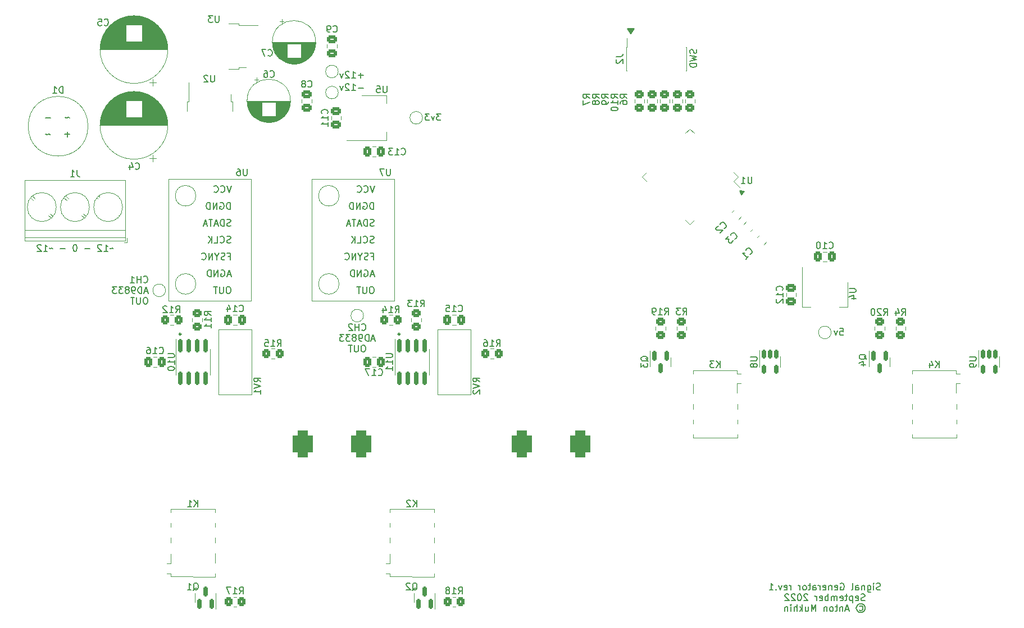
<source format=gbo>
G04 #@! TF.GenerationSoftware,KiCad,Pcbnew,(6.0.7)*
G04 #@! TF.CreationDate,2022-09-12T18:31:15+03:00*
G04 #@! TF.ProjectId,SigGen,53696747-656e-42e6-9b69-6361645f7063,rev?*
G04 #@! TF.SameCoordinates,Original*
G04 #@! TF.FileFunction,Legend,Bot*
G04 #@! TF.FilePolarity,Positive*
%FSLAX46Y46*%
G04 Gerber Fmt 4.6, Leading zero omitted, Abs format (unit mm)*
G04 Created by KiCad (PCBNEW (6.0.7)) date 2022-09-12 18:31:15*
%MOMM*%
%LPD*%
G01*
G04 APERTURE LIST*
G04 Aperture macros list*
%AMRoundRect*
0 Rectangle with rounded corners*
0 $1 Rounding radius*
0 $2 $3 $4 $5 $6 $7 $8 $9 X,Y pos of 4 corners*
0 Add a 4 corners polygon primitive as box body*
4,1,4,$2,$3,$4,$5,$6,$7,$8,$9,$2,$3,0*
0 Add four circle primitives for the rounded corners*
1,1,$1+$1,$2,$3*
1,1,$1+$1,$4,$5*
1,1,$1+$1,$6,$7*
1,1,$1+$1,$8,$9*
0 Add four rect primitives between the rounded corners*
20,1,$1+$1,$2,$3,$4,$5,0*
20,1,$1+$1,$4,$5,$6,$7,0*
20,1,$1+$1,$6,$7,$8,$9,0*
20,1,$1+$1,$8,$9,$2,$3,0*%
G04 Aperture macros list end*
%ADD10C,0.150000*%
%ADD11C,0.275000*%
%ADD12C,0.120000*%
%ADD13C,0.800000*%
%ADD14C,6.000000*%
%ADD15C,2.800000*%
%ADD16C,3.400000*%
%ADD17O,2.400000X1.600000*%
%ADD18R,1.700000X1.700000*%
%ADD19O,1.700000X1.700000*%
%ADD20R,1.800000X1.800000*%
%ADD21C,1.800000*%
%ADD22RoundRect,0.750000X-0.750000X1.250000X-0.750000X-1.250000X0.750000X-1.250000X0.750000X1.250000X0*%
%ADD23R,2.000000X2.000000*%
%ADD24C,2.000000*%
%ADD25R,3.200000X2.000000*%
%ADD26C,3.600000*%
%ADD27R,2.200000X1.200000*%
%ADD28R,6.400000X5.800000*%
%ADD29RoundRect,0.250000X0.450000X-0.350000X0.450000X0.350000X-0.450000X0.350000X-0.450000X-0.350000X0*%
%ADD30RoundRect,0.150000X-0.150000X0.512500X-0.150000X-0.512500X0.150000X-0.512500X0.150000X0.512500X0*%
%ADD31RoundRect,0.250000X-0.450000X0.350000X-0.450000X-0.350000X0.450000X-0.350000X0.450000X0.350000X0*%
%ADD32RoundRect,0.250000X-0.350000X-0.450000X0.350000X-0.450000X0.350000X0.450000X-0.350000X0.450000X0*%
%ADD33RoundRect,0.150000X-0.150000X0.825000X-0.150000X-0.825000X0.150000X-0.825000X0.150000X0.825000X0*%
%ADD34R,1.800000X0.800000*%
%ADD35R,1.500000X2.000000*%
%ADD36R,3.800000X2.000000*%
%ADD37RoundRect,0.250000X-0.475000X0.337500X-0.475000X-0.337500X0.475000X-0.337500X0.475000X0.337500X0*%
%ADD38C,1.500000*%
%ADD39RoundRect,0.150000X-0.150000X0.587500X-0.150000X-0.587500X0.150000X-0.587500X0.150000X0.587500X0*%
%ADD40C,1.700000*%
%ADD41RoundRect,0.250000X0.337500X0.475000X-0.337500X0.475000X-0.337500X-0.475000X0.337500X-0.475000X0*%
%ADD42R,1.200000X2.200000*%
%ADD43R,5.800000X6.400000*%
%ADD44RoundRect,0.150000X0.150000X-0.587500X0.150000X0.587500X-0.150000X0.587500X-0.150000X-0.587500X0*%
%ADD45RoundRect,0.075000X0.548008X-0.441942X-0.441942X0.548008X-0.548008X0.441942X0.441942X-0.548008X0*%
%ADD46RoundRect,0.075000X0.548008X0.441942X0.441942X0.548008X-0.548008X-0.441942X-0.441942X-0.548008X0*%
%ADD47RoundRect,0.250000X-0.097227X0.574524X-0.574524X0.097227X0.097227X-0.574524X0.574524X-0.097227X0*%
%ADD48R,2.600000X2.600000*%
%ADD49C,2.600000*%
%ADD50C,1.440000*%
%ADD51RoundRect,0.250000X0.097227X-0.574524X0.574524X-0.097227X-0.097227X0.574524X-0.574524X0.097227X0*%
%ADD52RoundRect,0.250000X0.475000X-0.337500X0.475000X0.337500X-0.475000X0.337500X-0.475000X-0.337500X0*%
%ADD53R,1.600000X1.600000*%
%ADD54C,1.600000*%
%ADD55R,0.740000X2.400000*%
%ADD56RoundRect,0.250000X0.350000X0.450000X-0.350000X0.450000X-0.350000X-0.450000X0.350000X-0.450000X0*%
%ADD57R,2.000000X1.500000*%
%ADD58R,2.000000X3.800000*%
G04 APERTURE END LIST*
D10*
G36*
X132600000Y-48600000D02*
G01*
X132200000Y-49100000D01*
X132000000Y-48500000D01*
X132600000Y-48600000D01*
G37*
X132600000Y-48600000D02*
X132200000Y-49100000D01*
X132000000Y-48500000D01*
X132600000Y-48600000D01*
D11*
X47737500Y-70100000D02*
G75*
G03*
X47737500Y-70100000I-137500J0D01*
G01*
D10*
G36*
X115500000Y-24800000D02*
G01*
X115000000Y-24000000D01*
X116000000Y-24000000D01*
X115500000Y-24800000D01*
G37*
X115500000Y-24800000D02*
X115000000Y-24000000D01*
X116000000Y-24000000D01*
X115500000Y-24800000D01*
D11*
X80737500Y-70100000D02*
G75*
G03*
X80737500Y-70100000I-137500J0D01*
G01*
D10*
X42092976Y-62247142D02*
X42140595Y-62294761D01*
X42283452Y-62342380D01*
X42378690Y-62342380D01*
X42521547Y-62294761D01*
X42616785Y-62199523D01*
X42664404Y-62104285D01*
X42712023Y-61913809D01*
X42712023Y-61770952D01*
X42664404Y-61580476D01*
X42616785Y-61485238D01*
X42521547Y-61390000D01*
X42378690Y-61342380D01*
X42283452Y-61342380D01*
X42140595Y-61390000D01*
X42092976Y-61437619D01*
X41664404Y-62342380D02*
X41664404Y-61342380D01*
X41664404Y-61818571D02*
X41092976Y-61818571D01*
X41092976Y-62342380D02*
X41092976Y-61342380D01*
X40092976Y-62342380D02*
X40664404Y-62342380D01*
X40378690Y-62342380D02*
X40378690Y-61342380D01*
X40473928Y-61485238D01*
X40569166Y-61580476D01*
X40664404Y-61628095D01*
X42712023Y-63666666D02*
X42235833Y-63666666D01*
X42807261Y-63952380D02*
X42473928Y-62952380D01*
X42140595Y-63952380D01*
X41807261Y-63952380D02*
X41807261Y-62952380D01*
X41569166Y-62952380D01*
X41426309Y-63000000D01*
X41331071Y-63095238D01*
X41283452Y-63190476D01*
X41235833Y-63380952D01*
X41235833Y-63523809D01*
X41283452Y-63714285D01*
X41331071Y-63809523D01*
X41426309Y-63904761D01*
X41569166Y-63952380D01*
X41807261Y-63952380D01*
X40759642Y-63952380D02*
X40569166Y-63952380D01*
X40473928Y-63904761D01*
X40426309Y-63857142D01*
X40331071Y-63714285D01*
X40283452Y-63523809D01*
X40283452Y-63142857D01*
X40331071Y-63047619D01*
X40378690Y-63000000D01*
X40473928Y-62952380D01*
X40664404Y-62952380D01*
X40759642Y-63000000D01*
X40807261Y-63047619D01*
X40854880Y-63142857D01*
X40854880Y-63380952D01*
X40807261Y-63476190D01*
X40759642Y-63523809D01*
X40664404Y-63571428D01*
X40473928Y-63571428D01*
X40378690Y-63523809D01*
X40331071Y-63476190D01*
X40283452Y-63380952D01*
X39712023Y-63380952D02*
X39807261Y-63333333D01*
X39854880Y-63285714D01*
X39902500Y-63190476D01*
X39902500Y-63142857D01*
X39854880Y-63047619D01*
X39807261Y-63000000D01*
X39712023Y-62952380D01*
X39521547Y-62952380D01*
X39426309Y-63000000D01*
X39378690Y-63047619D01*
X39331071Y-63142857D01*
X39331071Y-63190476D01*
X39378690Y-63285714D01*
X39426309Y-63333333D01*
X39521547Y-63380952D01*
X39712023Y-63380952D01*
X39807261Y-63428571D01*
X39854880Y-63476190D01*
X39902500Y-63571428D01*
X39902500Y-63761904D01*
X39854880Y-63857142D01*
X39807261Y-63904761D01*
X39712023Y-63952380D01*
X39521547Y-63952380D01*
X39426309Y-63904761D01*
X39378690Y-63857142D01*
X39331071Y-63761904D01*
X39331071Y-63571428D01*
X39378690Y-63476190D01*
X39426309Y-63428571D01*
X39521547Y-63380952D01*
X38997738Y-62952380D02*
X38378690Y-62952380D01*
X38712023Y-63333333D01*
X38569166Y-63333333D01*
X38473928Y-63380952D01*
X38426309Y-63428571D01*
X38378690Y-63523809D01*
X38378690Y-63761904D01*
X38426309Y-63857142D01*
X38473928Y-63904761D01*
X38569166Y-63952380D01*
X38854880Y-63952380D01*
X38950119Y-63904761D01*
X38997738Y-63857142D01*
X38045357Y-62952380D02*
X37426309Y-62952380D01*
X37759642Y-63333333D01*
X37616785Y-63333333D01*
X37521547Y-63380952D01*
X37473928Y-63428571D01*
X37426309Y-63523809D01*
X37426309Y-63761904D01*
X37473928Y-63857142D01*
X37521547Y-63904761D01*
X37616785Y-63952380D01*
X37902500Y-63952380D01*
X37997738Y-63904761D01*
X38045357Y-63857142D01*
X42473928Y-64562380D02*
X42283452Y-64562380D01*
X42188214Y-64610000D01*
X42092976Y-64705238D01*
X42045357Y-64895714D01*
X42045357Y-65229047D01*
X42092976Y-65419523D01*
X42188214Y-65514761D01*
X42283452Y-65562380D01*
X42473928Y-65562380D01*
X42569166Y-65514761D01*
X42664404Y-65419523D01*
X42712023Y-65229047D01*
X42712023Y-64895714D01*
X42664404Y-64705238D01*
X42569166Y-64610000D01*
X42473928Y-64562380D01*
X41616785Y-64562380D02*
X41616785Y-65371904D01*
X41569166Y-65467142D01*
X41521547Y-65514761D01*
X41426309Y-65562380D01*
X41235833Y-65562380D01*
X41140595Y-65514761D01*
X41092976Y-65467142D01*
X41045357Y-65371904D01*
X41045357Y-64562380D01*
X40712023Y-64562380D02*
X40140595Y-64562380D01*
X40426309Y-65562380D02*
X40426309Y-64562380D01*
X75214285Y-31071428D02*
X74452380Y-31071428D01*
X74833333Y-31452380D02*
X74833333Y-30690476D01*
X73452380Y-31452380D02*
X74023809Y-31452380D01*
X73738095Y-31452380D02*
X73738095Y-30452380D01*
X73833333Y-30595238D01*
X73928571Y-30690476D01*
X74023809Y-30738095D01*
X73071428Y-30547619D02*
X73023809Y-30500000D01*
X72928571Y-30452380D01*
X72690476Y-30452380D01*
X72595238Y-30500000D01*
X72547619Y-30547619D01*
X72500000Y-30642857D01*
X72500000Y-30738095D01*
X72547619Y-30880952D01*
X73119047Y-31452380D01*
X72500000Y-31452380D01*
X72166666Y-30785714D02*
X71928571Y-31452380D01*
X71690476Y-30785714D01*
X125404761Y-27142857D02*
X125452380Y-27285714D01*
X125452380Y-27523809D01*
X125404761Y-27619047D01*
X125357142Y-27666666D01*
X125261904Y-27714285D01*
X125166666Y-27714285D01*
X125071428Y-27666666D01*
X125023809Y-27619047D01*
X124976190Y-27523809D01*
X124928571Y-27333333D01*
X124880952Y-27238095D01*
X124833333Y-27190476D01*
X124738095Y-27142857D01*
X124642857Y-27142857D01*
X124547619Y-27190476D01*
X124500000Y-27238095D01*
X124452380Y-27333333D01*
X124452380Y-27571428D01*
X124500000Y-27714285D01*
X124452380Y-28047619D02*
X125452380Y-28285714D01*
X124738095Y-28476190D01*
X125452380Y-28666666D01*
X124452380Y-28904761D01*
X125452380Y-29285714D02*
X124452380Y-29285714D01*
X124452380Y-29523809D01*
X124500000Y-29666666D01*
X124595238Y-29761904D01*
X124690476Y-29809523D01*
X124880952Y-29857142D01*
X125023809Y-29857142D01*
X125214285Y-29809523D01*
X125309523Y-29761904D01*
X125404761Y-29666666D01*
X125452380Y-29523809D01*
X125452380Y-29285714D01*
X86890476Y-36852380D02*
X86271428Y-36852380D01*
X86604761Y-37233333D01*
X86461904Y-37233333D01*
X86366666Y-37280952D01*
X86319047Y-37328571D01*
X86271428Y-37423809D01*
X86271428Y-37661904D01*
X86319047Y-37757142D01*
X86366666Y-37804761D01*
X86461904Y-37852380D01*
X86747619Y-37852380D01*
X86842857Y-37804761D01*
X86890476Y-37757142D01*
X85938095Y-37185714D02*
X85700000Y-37852380D01*
X85461904Y-37185714D01*
X85176190Y-36852380D02*
X84557142Y-36852380D01*
X84890476Y-37233333D01*
X84747619Y-37233333D01*
X84652380Y-37280952D01*
X84604761Y-37328571D01*
X84557142Y-37423809D01*
X84557142Y-37661904D01*
X84604761Y-37757142D01*
X84652380Y-37804761D01*
X84747619Y-37852380D01*
X85033333Y-37852380D01*
X85128571Y-37804761D01*
X85176190Y-37757142D01*
X147042857Y-69252380D02*
X147519047Y-69252380D01*
X147566666Y-69728571D01*
X147519047Y-69680952D01*
X147423809Y-69633333D01*
X147185714Y-69633333D01*
X147090476Y-69680952D01*
X147042857Y-69728571D01*
X146995238Y-69823809D01*
X146995238Y-70061904D01*
X147042857Y-70157142D01*
X147090476Y-70204761D01*
X147185714Y-70252380D01*
X147423809Y-70252380D01*
X147519047Y-70204761D01*
X147566666Y-70157142D01*
X146661904Y-69585714D02*
X146423809Y-70252380D01*
X146185714Y-69585714D01*
X74990476Y-69447142D02*
X75038095Y-69494761D01*
X75180952Y-69542380D01*
X75276190Y-69542380D01*
X75419047Y-69494761D01*
X75514285Y-69399523D01*
X75561904Y-69304285D01*
X75609523Y-69113809D01*
X75609523Y-68970952D01*
X75561904Y-68780476D01*
X75514285Y-68685238D01*
X75419047Y-68590000D01*
X75276190Y-68542380D01*
X75180952Y-68542380D01*
X75038095Y-68590000D01*
X74990476Y-68637619D01*
X74561904Y-69542380D02*
X74561904Y-68542380D01*
X74561904Y-69018571D02*
X73990476Y-69018571D01*
X73990476Y-69542380D02*
X73990476Y-68542380D01*
X73561904Y-68637619D02*
X73514285Y-68590000D01*
X73419047Y-68542380D01*
X73180952Y-68542380D01*
X73085714Y-68590000D01*
X73038095Y-68637619D01*
X72990476Y-68732857D01*
X72990476Y-68828095D01*
X73038095Y-68970952D01*
X73609523Y-69542380D01*
X72990476Y-69542380D01*
X76942857Y-70866666D02*
X76466666Y-70866666D01*
X77038095Y-71152380D02*
X76704761Y-70152380D01*
X76371428Y-71152380D01*
X76038095Y-71152380D02*
X76038095Y-70152380D01*
X75800000Y-70152380D01*
X75657142Y-70200000D01*
X75561904Y-70295238D01*
X75514285Y-70390476D01*
X75466666Y-70580952D01*
X75466666Y-70723809D01*
X75514285Y-70914285D01*
X75561904Y-71009523D01*
X75657142Y-71104761D01*
X75800000Y-71152380D01*
X76038095Y-71152380D01*
X74990476Y-71152380D02*
X74800000Y-71152380D01*
X74704761Y-71104761D01*
X74657142Y-71057142D01*
X74561904Y-70914285D01*
X74514285Y-70723809D01*
X74514285Y-70342857D01*
X74561904Y-70247619D01*
X74609523Y-70200000D01*
X74704761Y-70152380D01*
X74895238Y-70152380D01*
X74990476Y-70200000D01*
X75038095Y-70247619D01*
X75085714Y-70342857D01*
X75085714Y-70580952D01*
X75038095Y-70676190D01*
X74990476Y-70723809D01*
X74895238Y-70771428D01*
X74704761Y-70771428D01*
X74609523Y-70723809D01*
X74561904Y-70676190D01*
X74514285Y-70580952D01*
X73942857Y-70580952D02*
X74038095Y-70533333D01*
X74085714Y-70485714D01*
X74133333Y-70390476D01*
X74133333Y-70342857D01*
X74085714Y-70247619D01*
X74038095Y-70200000D01*
X73942857Y-70152380D01*
X73752380Y-70152380D01*
X73657142Y-70200000D01*
X73609523Y-70247619D01*
X73561904Y-70342857D01*
X73561904Y-70390476D01*
X73609523Y-70485714D01*
X73657142Y-70533333D01*
X73752380Y-70580952D01*
X73942857Y-70580952D01*
X74038095Y-70628571D01*
X74085714Y-70676190D01*
X74133333Y-70771428D01*
X74133333Y-70961904D01*
X74085714Y-71057142D01*
X74038095Y-71104761D01*
X73942857Y-71152380D01*
X73752380Y-71152380D01*
X73657142Y-71104761D01*
X73609523Y-71057142D01*
X73561904Y-70961904D01*
X73561904Y-70771428D01*
X73609523Y-70676190D01*
X73657142Y-70628571D01*
X73752380Y-70580952D01*
X73228571Y-70152380D02*
X72609523Y-70152380D01*
X72942857Y-70533333D01*
X72800000Y-70533333D01*
X72704761Y-70580952D01*
X72657142Y-70628571D01*
X72609523Y-70723809D01*
X72609523Y-70961904D01*
X72657142Y-71057142D01*
X72704761Y-71104761D01*
X72800000Y-71152380D01*
X73085714Y-71152380D01*
X73180952Y-71104761D01*
X73228571Y-71057142D01*
X72276190Y-70152380D02*
X71657142Y-70152380D01*
X71990476Y-70533333D01*
X71847619Y-70533333D01*
X71752380Y-70580952D01*
X71704761Y-70628571D01*
X71657142Y-70723809D01*
X71657142Y-70961904D01*
X71704761Y-71057142D01*
X71752380Y-71104761D01*
X71847619Y-71152380D01*
X72133333Y-71152380D01*
X72228571Y-71104761D01*
X72276190Y-71057142D01*
X75300000Y-71762380D02*
X75109523Y-71762380D01*
X75014285Y-71810000D01*
X74919047Y-71905238D01*
X74871428Y-72095714D01*
X74871428Y-72429047D01*
X74919047Y-72619523D01*
X75014285Y-72714761D01*
X75109523Y-72762380D01*
X75300000Y-72762380D01*
X75395238Y-72714761D01*
X75490476Y-72619523D01*
X75538095Y-72429047D01*
X75538095Y-72095714D01*
X75490476Y-71905238D01*
X75395238Y-71810000D01*
X75300000Y-71762380D01*
X74442857Y-71762380D02*
X74442857Y-72571904D01*
X74395238Y-72667142D01*
X74347619Y-72714761D01*
X74252380Y-72762380D01*
X74061904Y-72762380D01*
X73966666Y-72714761D01*
X73919047Y-72667142D01*
X73871428Y-72571904D01*
X73871428Y-71762380D01*
X73538095Y-71762380D02*
X72966666Y-71762380D01*
X73252380Y-72762380D02*
X73252380Y-71762380D01*
X153137142Y-108649761D02*
X152994285Y-108697380D01*
X152756190Y-108697380D01*
X152660952Y-108649761D01*
X152613333Y-108602142D01*
X152565714Y-108506904D01*
X152565714Y-108411666D01*
X152613333Y-108316428D01*
X152660952Y-108268809D01*
X152756190Y-108221190D01*
X152946666Y-108173571D01*
X153041904Y-108125952D01*
X153089523Y-108078333D01*
X153137142Y-107983095D01*
X153137142Y-107887857D01*
X153089523Y-107792619D01*
X153041904Y-107745000D01*
X152946666Y-107697380D01*
X152708571Y-107697380D01*
X152565714Y-107745000D01*
X152137142Y-108697380D02*
X152137142Y-108030714D01*
X152137142Y-107697380D02*
X152184761Y-107745000D01*
X152137142Y-107792619D01*
X152089523Y-107745000D01*
X152137142Y-107697380D01*
X152137142Y-107792619D01*
X151232380Y-108030714D02*
X151232380Y-108840238D01*
X151280000Y-108935476D01*
X151327619Y-108983095D01*
X151422857Y-109030714D01*
X151565714Y-109030714D01*
X151660952Y-108983095D01*
X151232380Y-108649761D02*
X151327619Y-108697380D01*
X151518095Y-108697380D01*
X151613333Y-108649761D01*
X151660952Y-108602142D01*
X151708571Y-108506904D01*
X151708571Y-108221190D01*
X151660952Y-108125952D01*
X151613333Y-108078333D01*
X151518095Y-108030714D01*
X151327619Y-108030714D01*
X151232380Y-108078333D01*
X150756190Y-108030714D02*
X150756190Y-108697380D01*
X150756190Y-108125952D02*
X150708571Y-108078333D01*
X150613333Y-108030714D01*
X150470476Y-108030714D01*
X150375238Y-108078333D01*
X150327619Y-108173571D01*
X150327619Y-108697380D01*
X149422857Y-108697380D02*
X149422857Y-108173571D01*
X149470476Y-108078333D01*
X149565714Y-108030714D01*
X149756190Y-108030714D01*
X149851428Y-108078333D01*
X149422857Y-108649761D02*
X149518095Y-108697380D01*
X149756190Y-108697380D01*
X149851428Y-108649761D01*
X149899047Y-108554523D01*
X149899047Y-108459285D01*
X149851428Y-108364047D01*
X149756190Y-108316428D01*
X149518095Y-108316428D01*
X149422857Y-108268809D01*
X148803809Y-108697380D02*
X148899047Y-108649761D01*
X148946666Y-108554523D01*
X148946666Y-107697380D01*
X147137142Y-107745000D02*
X147232380Y-107697380D01*
X147375238Y-107697380D01*
X147518095Y-107745000D01*
X147613333Y-107840238D01*
X147660952Y-107935476D01*
X147708571Y-108125952D01*
X147708571Y-108268809D01*
X147660952Y-108459285D01*
X147613333Y-108554523D01*
X147518095Y-108649761D01*
X147375238Y-108697380D01*
X147280000Y-108697380D01*
X147137142Y-108649761D01*
X147089523Y-108602142D01*
X147089523Y-108268809D01*
X147280000Y-108268809D01*
X146280000Y-108649761D02*
X146375238Y-108697380D01*
X146565714Y-108697380D01*
X146660952Y-108649761D01*
X146708571Y-108554523D01*
X146708571Y-108173571D01*
X146660952Y-108078333D01*
X146565714Y-108030714D01*
X146375238Y-108030714D01*
X146280000Y-108078333D01*
X146232380Y-108173571D01*
X146232380Y-108268809D01*
X146708571Y-108364047D01*
X145803809Y-108030714D02*
X145803809Y-108697380D01*
X145803809Y-108125952D02*
X145756190Y-108078333D01*
X145660952Y-108030714D01*
X145518095Y-108030714D01*
X145422857Y-108078333D01*
X145375238Y-108173571D01*
X145375238Y-108697380D01*
X144518095Y-108649761D02*
X144613333Y-108697380D01*
X144803809Y-108697380D01*
X144899047Y-108649761D01*
X144946666Y-108554523D01*
X144946666Y-108173571D01*
X144899047Y-108078333D01*
X144803809Y-108030714D01*
X144613333Y-108030714D01*
X144518095Y-108078333D01*
X144470476Y-108173571D01*
X144470476Y-108268809D01*
X144946666Y-108364047D01*
X144041904Y-108697380D02*
X144041904Y-108030714D01*
X144041904Y-108221190D02*
X143994285Y-108125952D01*
X143946666Y-108078333D01*
X143851428Y-108030714D01*
X143756190Y-108030714D01*
X142994285Y-108697380D02*
X142994285Y-108173571D01*
X143041904Y-108078333D01*
X143137142Y-108030714D01*
X143327619Y-108030714D01*
X143422857Y-108078333D01*
X142994285Y-108649761D02*
X143089523Y-108697380D01*
X143327619Y-108697380D01*
X143422857Y-108649761D01*
X143470476Y-108554523D01*
X143470476Y-108459285D01*
X143422857Y-108364047D01*
X143327619Y-108316428D01*
X143089523Y-108316428D01*
X142994285Y-108268809D01*
X142660952Y-108030714D02*
X142280000Y-108030714D01*
X142518095Y-107697380D02*
X142518095Y-108554523D01*
X142470476Y-108649761D01*
X142375238Y-108697380D01*
X142280000Y-108697380D01*
X141803809Y-108697380D02*
X141899047Y-108649761D01*
X141946666Y-108602142D01*
X141994285Y-108506904D01*
X141994285Y-108221190D01*
X141946666Y-108125952D01*
X141899047Y-108078333D01*
X141803809Y-108030714D01*
X141660952Y-108030714D01*
X141565714Y-108078333D01*
X141518095Y-108125952D01*
X141470476Y-108221190D01*
X141470476Y-108506904D01*
X141518095Y-108602142D01*
X141565714Y-108649761D01*
X141660952Y-108697380D01*
X141803809Y-108697380D01*
X141041904Y-108697380D02*
X141041904Y-108030714D01*
X141041904Y-108221190D02*
X140994285Y-108125952D01*
X140946666Y-108078333D01*
X140851428Y-108030714D01*
X140756190Y-108030714D01*
X139660952Y-108697380D02*
X139660952Y-108030714D01*
X139660952Y-108221190D02*
X139613333Y-108125952D01*
X139565714Y-108078333D01*
X139470476Y-108030714D01*
X139375238Y-108030714D01*
X138660952Y-108649761D02*
X138756190Y-108697380D01*
X138946666Y-108697380D01*
X139041904Y-108649761D01*
X139089523Y-108554523D01*
X139089523Y-108173571D01*
X139041904Y-108078333D01*
X138946666Y-108030714D01*
X138756190Y-108030714D01*
X138660952Y-108078333D01*
X138613333Y-108173571D01*
X138613333Y-108268809D01*
X139089523Y-108364047D01*
X138280000Y-108030714D02*
X138041904Y-108697380D01*
X137803809Y-108030714D01*
X137422857Y-108602142D02*
X137375238Y-108649761D01*
X137422857Y-108697380D01*
X137470476Y-108649761D01*
X137422857Y-108602142D01*
X137422857Y-108697380D01*
X136422857Y-108697380D02*
X136994285Y-108697380D01*
X136708571Y-108697380D02*
X136708571Y-107697380D01*
X136803809Y-107840238D01*
X136899047Y-107935476D01*
X136994285Y-107983095D01*
X150803809Y-110259761D02*
X150660952Y-110307380D01*
X150422857Y-110307380D01*
X150327619Y-110259761D01*
X150280000Y-110212142D01*
X150232380Y-110116904D01*
X150232380Y-110021666D01*
X150280000Y-109926428D01*
X150327619Y-109878809D01*
X150422857Y-109831190D01*
X150613333Y-109783571D01*
X150708571Y-109735952D01*
X150756190Y-109688333D01*
X150803809Y-109593095D01*
X150803809Y-109497857D01*
X150756190Y-109402619D01*
X150708571Y-109355000D01*
X150613333Y-109307380D01*
X150375238Y-109307380D01*
X150232380Y-109355000D01*
X149422857Y-110259761D02*
X149518095Y-110307380D01*
X149708571Y-110307380D01*
X149803809Y-110259761D01*
X149851428Y-110164523D01*
X149851428Y-109783571D01*
X149803809Y-109688333D01*
X149708571Y-109640714D01*
X149518095Y-109640714D01*
X149422857Y-109688333D01*
X149375238Y-109783571D01*
X149375238Y-109878809D01*
X149851428Y-109974047D01*
X148946666Y-109640714D02*
X148946666Y-110640714D01*
X148946666Y-109688333D02*
X148851428Y-109640714D01*
X148660952Y-109640714D01*
X148565714Y-109688333D01*
X148518095Y-109735952D01*
X148470476Y-109831190D01*
X148470476Y-110116904D01*
X148518095Y-110212142D01*
X148565714Y-110259761D01*
X148660952Y-110307380D01*
X148851428Y-110307380D01*
X148946666Y-110259761D01*
X148184761Y-109640714D02*
X147803809Y-109640714D01*
X148041904Y-109307380D02*
X148041904Y-110164523D01*
X147994285Y-110259761D01*
X147899047Y-110307380D01*
X147803809Y-110307380D01*
X147089523Y-110259761D02*
X147184761Y-110307380D01*
X147375238Y-110307380D01*
X147470476Y-110259761D01*
X147518095Y-110164523D01*
X147518095Y-109783571D01*
X147470476Y-109688333D01*
X147375238Y-109640714D01*
X147184761Y-109640714D01*
X147089523Y-109688333D01*
X147041904Y-109783571D01*
X147041904Y-109878809D01*
X147518095Y-109974047D01*
X146613333Y-110307380D02*
X146613333Y-109640714D01*
X146613333Y-109735952D02*
X146565714Y-109688333D01*
X146470476Y-109640714D01*
X146327619Y-109640714D01*
X146232380Y-109688333D01*
X146184761Y-109783571D01*
X146184761Y-110307380D01*
X146184761Y-109783571D02*
X146137142Y-109688333D01*
X146041904Y-109640714D01*
X145899047Y-109640714D01*
X145803809Y-109688333D01*
X145756190Y-109783571D01*
X145756190Y-110307380D01*
X145280000Y-110307380D02*
X145280000Y-109307380D01*
X145280000Y-109688333D02*
X145184761Y-109640714D01*
X144994285Y-109640714D01*
X144899047Y-109688333D01*
X144851428Y-109735952D01*
X144803809Y-109831190D01*
X144803809Y-110116904D01*
X144851428Y-110212142D01*
X144899047Y-110259761D01*
X144994285Y-110307380D01*
X145184761Y-110307380D01*
X145280000Y-110259761D01*
X143994285Y-110259761D02*
X144089523Y-110307380D01*
X144280000Y-110307380D01*
X144375238Y-110259761D01*
X144422857Y-110164523D01*
X144422857Y-109783571D01*
X144375238Y-109688333D01*
X144280000Y-109640714D01*
X144089523Y-109640714D01*
X143994285Y-109688333D01*
X143946666Y-109783571D01*
X143946666Y-109878809D01*
X144422857Y-109974047D01*
X143518095Y-110307380D02*
X143518095Y-109640714D01*
X143518095Y-109831190D02*
X143470476Y-109735952D01*
X143422857Y-109688333D01*
X143327619Y-109640714D01*
X143232380Y-109640714D01*
X142184761Y-109402619D02*
X142137142Y-109355000D01*
X142041904Y-109307380D01*
X141803809Y-109307380D01*
X141708571Y-109355000D01*
X141660952Y-109402619D01*
X141613333Y-109497857D01*
X141613333Y-109593095D01*
X141660952Y-109735952D01*
X142232380Y-110307380D01*
X141613333Y-110307380D01*
X140994285Y-109307380D02*
X140899047Y-109307380D01*
X140803809Y-109355000D01*
X140756190Y-109402619D01*
X140708571Y-109497857D01*
X140660952Y-109688333D01*
X140660952Y-109926428D01*
X140708571Y-110116904D01*
X140756190Y-110212142D01*
X140803809Y-110259761D01*
X140899047Y-110307380D01*
X140994285Y-110307380D01*
X141089523Y-110259761D01*
X141137142Y-110212142D01*
X141184761Y-110116904D01*
X141232380Y-109926428D01*
X141232380Y-109688333D01*
X141184761Y-109497857D01*
X141137142Y-109402619D01*
X141089523Y-109355000D01*
X140994285Y-109307380D01*
X140280000Y-109402619D02*
X140232380Y-109355000D01*
X140137142Y-109307380D01*
X139899047Y-109307380D01*
X139803809Y-109355000D01*
X139756190Y-109402619D01*
X139708571Y-109497857D01*
X139708571Y-109593095D01*
X139756190Y-109735952D01*
X140327619Y-110307380D01*
X139708571Y-110307380D01*
X139327619Y-109402619D02*
X139280000Y-109355000D01*
X139184761Y-109307380D01*
X138946666Y-109307380D01*
X138851428Y-109355000D01*
X138803809Y-109402619D01*
X138756190Y-109497857D01*
X138756190Y-109593095D01*
X138803809Y-109735952D01*
X139375238Y-110307380D01*
X138756190Y-110307380D01*
X149994285Y-111155476D02*
X150089523Y-111107857D01*
X150280000Y-111107857D01*
X150375238Y-111155476D01*
X150470476Y-111250714D01*
X150518095Y-111345952D01*
X150518095Y-111536428D01*
X150470476Y-111631666D01*
X150375238Y-111726904D01*
X150280000Y-111774523D01*
X150089523Y-111774523D01*
X149994285Y-111726904D01*
X150184761Y-110774523D02*
X150422857Y-110822142D01*
X150660952Y-110965000D01*
X150803809Y-111203095D01*
X150851428Y-111441190D01*
X150803809Y-111679285D01*
X150660952Y-111917380D01*
X150422857Y-112060238D01*
X150184761Y-112107857D01*
X149946666Y-112060238D01*
X149708571Y-111917380D01*
X149565714Y-111679285D01*
X149518095Y-111441190D01*
X149565714Y-111203095D01*
X149708571Y-110965000D01*
X149946666Y-110822142D01*
X150184761Y-110774523D01*
X148375238Y-111631666D02*
X147899047Y-111631666D01*
X148470476Y-111917380D02*
X148137142Y-110917380D01*
X147803809Y-111917380D01*
X147470476Y-111250714D02*
X147470476Y-111917380D01*
X147470476Y-111345952D02*
X147422857Y-111298333D01*
X147327619Y-111250714D01*
X147184761Y-111250714D01*
X147089523Y-111298333D01*
X147041904Y-111393571D01*
X147041904Y-111917380D01*
X146708571Y-111250714D02*
X146327619Y-111250714D01*
X146565714Y-110917380D02*
X146565714Y-111774523D01*
X146518095Y-111869761D01*
X146422857Y-111917380D01*
X146327619Y-111917380D01*
X145851428Y-111917380D02*
X145946666Y-111869761D01*
X145994285Y-111822142D01*
X146041904Y-111726904D01*
X146041904Y-111441190D01*
X145994285Y-111345952D01*
X145946666Y-111298333D01*
X145851428Y-111250714D01*
X145708571Y-111250714D01*
X145613333Y-111298333D01*
X145565714Y-111345952D01*
X145518095Y-111441190D01*
X145518095Y-111726904D01*
X145565714Y-111822142D01*
X145613333Y-111869761D01*
X145708571Y-111917380D01*
X145851428Y-111917380D01*
X145089523Y-111250714D02*
X145089523Y-111917380D01*
X145089523Y-111345952D02*
X145041904Y-111298333D01*
X144946666Y-111250714D01*
X144803809Y-111250714D01*
X144708571Y-111298333D01*
X144660952Y-111393571D01*
X144660952Y-111917380D01*
X143422857Y-111917380D02*
X143422857Y-110917380D01*
X143089523Y-111631666D01*
X142756190Y-110917380D01*
X142756190Y-111917380D01*
X141851428Y-111250714D02*
X141851428Y-111917380D01*
X142280000Y-111250714D02*
X142280000Y-111774523D01*
X142232380Y-111869761D01*
X142137142Y-111917380D01*
X141994285Y-111917380D01*
X141899047Y-111869761D01*
X141851428Y-111822142D01*
X141375238Y-111917380D02*
X141375238Y-110917380D01*
X141280000Y-111536428D02*
X140994285Y-111917380D01*
X140994285Y-111250714D02*
X141375238Y-111631666D01*
X140565714Y-111917380D02*
X140565714Y-110917380D01*
X140137142Y-111917380D02*
X140137142Y-111393571D01*
X140184761Y-111298333D01*
X140280000Y-111250714D01*
X140422857Y-111250714D01*
X140518095Y-111298333D01*
X140565714Y-111345952D01*
X139660952Y-111917380D02*
X139660952Y-111250714D01*
X139660952Y-110917380D02*
X139708571Y-110965000D01*
X139660952Y-111012619D01*
X139613333Y-110965000D01*
X139660952Y-110917380D01*
X139660952Y-111012619D01*
X139184761Y-111250714D02*
X139184761Y-111917380D01*
X139184761Y-111345952D02*
X139137142Y-111298333D01*
X139041904Y-111250714D01*
X138899047Y-111250714D01*
X138803809Y-111298333D01*
X138756190Y-111393571D01*
X138756190Y-111917380D01*
X37511904Y-57221428D02*
X37464285Y-57173809D01*
X37369047Y-57126190D01*
X37178571Y-57221428D01*
X37083333Y-57173809D01*
X37035714Y-57126190D01*
X36130952Y-57602380D02*
X36702380Y-57602380D01*
X36416666Y-57602380D02*
X36416666Y-56602380D01*
X36511904Y-56745238D01*
X36607142Y-56840476D01*
X36702380Y-56888095D01*
X35750000Y-56697619D02*
X35702380Y-56650000D01*
X35607142Y-56602380D01*
X35369047Y-56602380D01*
X35273809Y-56650000D01*
X35226190Y-56697619D01*
X35178571Y-56792857D01*
X35178571Y-56888095D01*
X35226190Y-57030952D01*
X35797619Y-57602380D01*
X35178571Y-57602380D01*
X33988095Y-57221428D02*
X33226190Y-57221428D01*
X31797619Y-56602380D02*
X31702380Y-56602380D01*
X31607142Y-56650000D01*
X31559523Y-56697619D01*
X31511904Y-56792857D01*
X31464285Y-56983333D01*
X31464285Y-57221428D01*
X31511904Y-57411904D01*
X31559523Y-57507142D01*
X31607142Y-57554761D01*
X31702380Y-57602380D01*
X31797619Y-57602380D01*
X31892857Y-57554761D01*
X31940476Y-57507142D01*
X31988095Y-57411904D01*
X32035714Y-57221428D01*
X32035714Y-56983333D01*
X31988095Y-56792857D01*
X31940476Y-56697619D01*
X31892857Y-56650000D01*
X31797619Y-56602380D01*
X30273809Y-57221428D02*
X29511904Y-57221428D01*
X28416666Y-57221428D02*
X28369047Y-57173809D01*
X28273809Y-57126190D01*
X28083333Y-57221428D01*
X27988095Y-57173809D01*
X27940476Y-57126190D01*
X27035714Y-57602380D02*
X27607142Y-57602380D01*
X27321428Y-57602380D02*
X27321428Y-56602380D01*
X27416666Y-56745238D01*
X27511904Y-56840476D01*
X27607142Y-56888095D01*
X26654761Y-56697619D02*
X26607142Y-56650000D01*
X26511904Y-56602380D01*
X26273809Y-56602380D01*
X26178571Y-56650000D01*
X26130952Y-56697619D01*
X26083333Y-56792857D01*
X26083333Y-56888095D01*
X26130952Y-57030952D01*
X26702380Y-57602380D01*
X26083333Y-57602380D01*
X75214285Y-32971428D02*
X74452380Y-32971428D01*
X73452380Y-33352380D02*
X74023809Y-33352380D01*
X73738095Y-33352380D02*
X73738095Y-32352380D01*
X73833333Y-32495238D01*
X73928571Y-32590476D01*
X74023809Y-32638095D01*
X73071428Y-32447619D02*
X73023809Y-32400000D01*
X72928571Y-32352380D01*
X72690476Y-32352380D01*
X72595238Y-32400000D01*
X72547619Y-32447619D01*
X72500000Y-32542857D01*
X72500000Y-32638095D01*
X72547619Y-32780952D01*
X73119047Y-33352380D01*
X72500000Y-33352380D01*
X72166666Y-32685714D02*
X71928571Y-33352380D01*
X71690476Y-32685714D01*
X53461904Y-22052380D02*
X53461904Y-22861904D01*
X53414285Y-22957142D01*
X53366666Y-23004761D01*
X53271428Y-23052380D01*
X53080952Y-23052380D01*
X52985714Y-23004761D01*
X52938095Y-22957142D01*
X52890476Y-22861904D01*
X52890476Y-22052380D01*
X52509523Y-22052380D02*
X51890476Y-22052380D01*
X52223809Y-22433333D01*
X52080952Y-22433333D01*
X51985714Y-22480952D01*
X51938095Y-22528571D01*
X51890476Y-22623809D01*
X51890476Y-22861904D01*
X51938095Y-22957142D01*
X51985714Y-23004761D01*
X52080952Y-23052380D01*
X52366666Y-23052380D01*
X52461904Y-23004761D01*
X52509523Y-22957142D01*
X40866666Y-45157142D02*
X40914285Y-45204761D01*
X41057142Y-45252380D01*
X41152380Y-45252380D01*
X41295238Y-45204761D01*
X41390476Y-45109523D01*
X41438095Y-45014285D01*
X41485714Y-44823809D01*
X41485714Y-44680952D01*
X41438095Y-44490476D01*
X41390476Y-44395238D01*
X41295238Y-44300000D01*
X41152380Y-44252380D01*
X41057142Y-44252380D01*
X40914285Y-44300000D01*
X40866666Y-44347619D01*
X40009523Y-44585714D02*
X40009523Y-45252380D01*
X40247619Y-44204761D02*
X40485714Y-44919047D01*
X39866666Y-44919047D01*
X109352380Y-34507023D02*
X108876190Y-34173690D01*
X109352380Y-33935595D02*
X108352380Y-33935595D01*
X108352380Y-34316547D01*
X108400000Y-34411785D01*
X108447619Y-34459404D01*
X108542857Y-34507023D01*
X108685714Y-34507023D01*
X108780952Y-34459404D01*
X108828571Y-34411785D01*
X108876190Y-34316547D01*
X108876190Y-33935595D01*
X108352380Y-34840357D02*
X108352380Y-35507023D01*
X109352380Y-35078452D01*
X133577380Y-73533095D02*
X134386904Y-73533095D01*
X134482142Y-73580714D01*
X134529761Y-73628333D01*
X134577380Y-73723571D01*
X134577380Y-73914047D01*
X134529761Y-74009285D01*
X134482142Y-74056904D01*
X134386904Y-74104523D01*
X133577380Y-74104523D01*
X134005952Y-74723571D02*
X133958333Y-74628333D01*
X133910714Y-74580714D01*
X133815476Y-74533095D01*
X133767857Y-74533095D01*
X133672619Y-74580714D01*
X133625000Y-74628333D01*
X133577380Y-74723571D01*
X133577380Y-74914047D01*
X133625000Y-75009285D01*
X133672619Y-75056904D01*
X133767857Y-75104523D01*
X133815476Y-75104523D01*
X133910714Y-75056904D01*
X133958333Y-75009285D01*
X134005952Y-74914047D01*
X134005952Y-74723571D01*
X134053571Y-74628333D01*
X134101190Y-74580714D01*
X134196428Y-74533095D01*
X134386904Y-74533095D01*
X134482142Y-74580714D01*
X134529761Y-74628333D01*
X134577380Y-74723571D01*
X134577380Y-74914047D01*
X134529761Y-75009285D01*
X134482142Y-75056904D01*
X134386904Y-75104523D01*
X134196428Y-75104523D01*
X134101190Y-75056904D01*
X134053571Y-75009285D01*
X134005952Y-74914047D01*
X83842857Y-65952380D02*
X84176190Y-65476190D01*
X84414285Y-65952380D02*
X84414285Y-64952380D01*
X84033333Y-64952380D01*
X83938095Y-65000000D01*
X83890476Y-65047619D01*
X83842857Y-65142857D01*
X83842857Y-65285714D01*
X83890476Y-65380952D01*
X83938095Y-65428571D01*
X84033333Y-65476190D01*
X84414285Y-65476190D01*
X82890476Y-65952380D02*
X83461904Y-65952380D01*
X83176190Y-65952380D02*
X83176190Y-64952380D01*
X83271428Y-65095238D01*
X83366666Y-65190476D01*
X83461904Y-65238095D01*
X82557142Y-64952380D02*
X81938095Y-64952380D01*
X82271428Y-65333333D01*
X82128571Y-65333333D01*
X82033333Y-65380952D01*
X81985714Y-65428571D01*
X81938095Y-65523809D01*
X81938095Y-65761904D01*
X81985714Y-65857142D01*
X82033333Y-65904761D01*
X82128571Y-65952380D01*
X82414285Y-65952380D01*
X82509523Y-65904761D01*
X82557142Y-65857142D01*
X62237857Y-71952380D02*
X62571190Y-71476190D01*
X62809285Y-71952380D02*
X62809285Y-70952380D01*
X62428333Y-70952380D01*
X62333095Y-71000000D01*
X62285476Y-71047619D01*
X62237857Y-71142857D01*
X62237857Y-71285714D01*
X62285476Y-71380952D01*
X62333095Y-71428571D01*
X62428333Y-71476190D01*
X62809285Y-71476190D01*
X61285476Y-71952380D02*
X61856904Y-71952380D01*
X61571190Y-71952380D02*
X61571190Y-70952380D01*
X61666428Y-71095238D01*
X61761666Y-71190476D01*
X61856904Y-71238095D01*
X60380714Y-70952380D02*
X60856904Y-70952380D01*
X60904523Y-71428571D01*
X60856904Y-71380952D01*
X60761666Y-71333333D01*
X60523571Y-71333333D01*
X60428333Y-71380952D01*
X60380714Y-71428571D01*
X60333095Y-71523809D01*
X60333095Y-71761904D01*
X60380714Y-71857142D01*
X60428333Y-71904761D01*
X60523571Y-71952380D01*
X60761666Y-71952380D01*
X60856904Y-71904761D01*
X60904523Y-71857142D01*
X45752380Y-73061904D02*
X46561904Y-73061904D01*
X46657142Y-73109523D01*
X46704761Y-73157142D01*
X46752380Y-73252380D01*
X46752380Y-73442857D01*
X46704761Y-73538095D01*
X46657142Y-73585714D01*
X46561904Y-73633333D01*
X45752380Y-73633333D01*
X46752380Y-74633333D02*
X46752380Y-74061904D01*
X46752380Y-74347619D02*
X45752380Y-74347619D01*
X45895238Y-74252380D01*
X45990476Y-74157142D01*
X46038095Y-74061904D01*
X45752380Y-75252380D02*
X45752380Y-75347619D01*
X45800000Y-75442857D01*
X45847619Y-75490476D01*
X45942857Y-75538095D01*
X46133333Y-75585714D01*
X46371428Y-75585714D01*
X46561904Y-75538095D01*
X46657142Y-75490476D01*
X46704761Y-75442857D01*
X46752380Y-75347619D01*
X46752380Y-75252380D01*
X46704761Y-75157142D01*
X46657142Y-75109523D01*
X46561904Y-75061904D01*
X46371428Y-75014285D01*
X46133333Y-75014285D01*
X45942857Y-75061904D01*
X45847619Y-75109523D01*
X45800000Y-75157142D01*
X45752380Y-75252380D01*
X162028095Y-75152380D02*
X162028095Y-74152380D01*
X161456666Y-75152380D02*
X161885238Y-74580952D01*
X161456666Y-74152380D02*
X162028095Y-74723809D01*
X160599523Y-74485714D02*
X160599523Y-75152380D01*
X160837619Y-74104761D02*
X161075714Y-74819047D01*
X160456666Y-74819047D01*
X46942857Y-66852380D02*
X47276190Y-66376190D01*
X47514285Y-66852380D02*
X47514285Y-65852380D01*
X47133333Y-65852380D01*
X47038095Y-65900000D01*
X46990476Y-65947619D01*
X46942857Y-66042857D01*
X46942857Y-66185714D01*
X46990476Y-66280952D01*
X47038095Y-66328571D01*
X47133333Y-66376190D01*
X47514285Y-66376190D01*
X45990476Y-66852380D02*
X46561904Y-66852380D01*
X46276190Y-66852380D02*
X46276190Y-65852380D01*
X46371428Y-65995238D01*
X46466666Y-66090476D01*
X46561904Y-66138095D01*
X45609523Y-65947619D02*
X45561904Y-65900000D01*
X45466666Y-65852380D01*
X45228571Y-65852380D01*
X45133333Y-65900000D01*
X45085714Y-65947619D01*
X45038095Y-66042857D01*
X45038095Y-66138095D01*
X45085714Y-66280952D01*
X45657142Y-66852380D01*
X45038095Y-66852380D01*
X148452380Y-63238095D02*
X149261904Y-63238095D01*
X149357142Y-63285714D01*
X149404761Y-63333333D01*
X149452380Y-63428571D01*
X149452380Y-63619047D01*
X149404761Y-63714285D01*
X149357142Y-63761904D01*
X149261904Y-63809523D01*
X148452380Y-63809523D01*
X148785714Y-64714285D02*
X149452380Y-64714285D01*
X148404761Y-64476190D02*
X149119047Y-64238095D01*
X149119047Y-64857142D01*
X66866666Y-32757142D02*
X66914285Y-32804761D01*
X67057142Y-32852380D01*
X67152380Y-32852380D01*
X67295238Y-32804761D01*
X67390476Y-32709523D01*
X67438095Y-32614285D01*
X67485714Y-32423809D01*
X67485714Y-32280952D01*
X67438095Y-32090476D01*
X67390476Y-31995238D01*
X67295238Y-31900000D01*
X67152380Y-31852380D01*
X67057142Y-31852380D01*
X66914285Y-31900000D01*
X66866666Y-31947619D01*
X66295238Y-32280952D02*
X66390476Y-32233333D01*
X66438095Y-32185714D01*
X66485714Y-32090476D01*
X66485714Y-32042857D01*
X66438095Y-31947619D01*
X66390476Y-31900000D01*
X66295238Y-31852380D01*
X66104761Y-31852380D01*
X66009523Y-31900000D01*
X65961904Y-31947619D01*
X65914285Y-32042857D01*
X65914285Y-32090476D01*
X65961904Y-32185714D01*
X66009523Y-32233333D01*
X66104761Y-32280952D01*
X66295238Y-32280952D01*
X66390476Y-32328571D01*
X66438095Y-32376190D01*
X66485714Y-32471428D01*
X66485714Y-32661904D01*
X66438095Y-32757142D01*
X66390476Y-32804761D01*
X66295238Y-32852380D01*
X66104761Y-32852380D01*
X66009523Y-32804761D01*
X65961904Y-32757142D01*
X65914285Y-32661904D01*
X65914285Y-32471428D01*
X65961904Y-32376190D01*
X66009523Y-32328571D01*
X66104761Y-32280952D01*
X118162619Y-74199761D02*
X118115000Y-74104523D01*
X118019761Y-74009285D01*
X117876904Y-73866428D01*
X117829285Y-73771190D01*
X117829285Y-73675952D01*
X118067380Y-73723571D02*
X118019761Y-73628333D01*
X117924523Y-73533095D01*
X117734047Y-73485476D01*
X117400714Y-73485476D01*
X117210238Y-73533095D01*
X117115000Y-73628333D01*
X117067380Y-73723571D01*
X117067380Y-73914047D01*
X117115000Y-74009285D01*
X117210238Y-74104523D01*
X117400714Y-74152142D01*
X117734047Y-74152142D01*
X117924523Y-74104523D01*
X118019761Y-74009285D01*
X118067380Y-73914047D01*
X118067380Y-73723571D01*
X117067380Y-74485476D02*
X117067380Y-75104523D01*
X117448333Y-74771190D01*
X117448333Y-74914047D01*
X117495952Y-75009285D01*
X117543571Y-75056904D01*
X117638809Y-75104523D01*
X117876904Y-75104523D01*
X117972142Y-75056904D01*
X118019761Y-75009285D01*
X118067380Y-74914047D01*
X118067380Y-74628333D01*
X118019761Y-74533095D01*
X117972142Y-74485476D01*
X114952380Y-34507023D02*
X114476190Y-34173690D01*
X114952380Y-33935595D02*
X113952380Y-33935595D01*
X113952380Y-34316547D01*
X114000000Y-34411785D01*
X114047619Y-34459404D01*
X114142857Y-34507023D01*
X114285714Y-34507023D01*
X114380952Y-34459404D01*
X114428571Y-34411785D01*
X114476190Y-34316547D01*
X114476190Y-33935595D01*
X113952380Y-35364166D02*
X113952380Y-35173690D01*
X114000000Y-35078452D01*
X114047619Y-35030833D01*
X114190476Y-34935595D01*
X114380952Y-34887976D01*
X114761904Y-34887976D01*
X114857142Y-34935595D01*
X114904761Y-34983214D01*
X114952380Y-35078452D01*
X114952380Y-35268928D01*
X114904761Y-35364166D01*
X114857142Y-35411785D01*
X114761904Y-35459404D01*
X114523809Y-35459404D01*
X114428571Y-35411785D01*
X114380952Y-35364166D01*
X114333333Y-35268928D01*
X114333333Y-35078452D01*
X114380952Y-34983214D01*
X114428571Y-34935595D01*
X114523809Y-34887976D01*
X79294404Y-45172380D02*
X79294404Y-45981904D01*
X79246785Y-46077142D01*
X79199166Y-46124761D01*
X79103928Y-46172380D01*
X78913452Y-46172380D01*
X78818214Y-46124761D01*
X78770595Y-46077142D01*
X78722976Y-45981904D01*
X78722976Y-45172380D01*
X78342023Y-45172380D02*
X77675357Y-45172380D01*
X78103928Y-46172380D01*
X76421071Y-58348571D02*
X76754404Y-58348571D01*
X76754404Y-58872380D02*
X76754404Y-57872380D01*
X76278214Y-57872380D01*
X75944880Y-58824761D02*
X75802023Y-58872380D01*
X75563928Y-58872380D01*
X75468690Y-58824761D01*
X75421071Y-58777142D01*
X75373452Y-58681904D01*
X75373452Y-58586666D01*
X75421071Y-58491428D01*
X75468690Y-58443809D01*
X75563928Y-58396190D01*
X75754404Y-58348571D01*
X75849642Y-58300952D01*
X75897261Y-58253333D01*
X75944880Y-58158095D01*
X75944880Y-58062857D01*
X75897261Y-57967619D01*
X75849642Y-57920000D01*
X75754404Y-57872380D01*
X75516309Y-57872380D01*
X75373452Y-57920000D01*
X74754404Y-58396190D02*
X74754404Y-58872380D01*
X75087738Y-57872380D02*
X74754404Y-58396190D01*
X74421071Y-57872380D01*
X74087738Y-58872380D02*
X74087738Y-57872380D01*
X73516309Y-58872380D01*
X73516309Y-57872380D01*
X72468690Y-58777142D02*
X72516309Y-58824761D01*
X72659166Y-58872380D01*
X72754404Y-58872380D01*
X72897261Y-58824761D01*
X72992500Y-58729523D01*
X73040119Y-58634285D01*
X73087738Y-58443809D01*
X73087738Y-58300952D01*
X73040119Y-58110476D01*
X72992500Y-58015238D01*
X72897261Y-57920000D01*
X72754404Y-57872380D01*
X72659166Y-57872380D01*
X72516309Y-57920000D01*
X72468690Y-57967619D01*
X76802023Y-61126666D02*
X76325833Y-61126666D01*
X76897261Y-61412380D02*
X76563928Y-60412380D01*
X76230595Y-61412380D01*
X75373452Y-60460000D02*
X75468690Y-60412380D01*
X75611547Y-60412380D01*
X75754404Y-60460000D01*
X75849642Y-60555238D01*
X75897261Y-60650476D01*
X75944880Y-60840952D01*
X75944880Y-60983809D01*
X75897261Y-61174285D01*
X75849642Y-61269523D01*
X75754404Y-61364761D01*
X75611547Y-61412380D01*
X75516309Y-61412380D01*
X75373452Y-61364761D01*
X75325833Y-61317142D01*
X75325833Y-60983809D01*
X75516309Y-60983809D01*
X74897261Y-61412380D02*
X74897261Y-60412380D01*
X74325833Y-61412380D01*
X74325833Y-60412380D01*
X73849642Y-61412380D02*
X73849642Y-60412380D01*
X73611547Y-60412380D01*
X73468690Y-60460000D01*
X73373452Y-60555238D01*
X73325833Y-60650476D01*
X73278214Y-60840952D01*
X73278214Y-60983809D01*
X73325833Y-61174285D01*
X73373452Y-61269523D01*
X73468690Y-61364761D01*
X73611547Y-61412380D01*
X73849642Y-61412380D01*
X76802023Y-56284761D02*
X76659166Y-56332380D01*
X76421071Y-56332380D01*
X76325833Y-56284761D01*
X76278214Y-56237142D01*
X76230595Y-56141904D01*
X76230595Y-56046666D01*
X76278214Y-55951428D01*
X76325833Y-55903809D01*
X76421071Y-55856190D01*
X76611547Y-55808571D01*
X76706785Y-55760952D01*
X76754404Y-55713333D01*
X76802023Y-55618095D01*
X76802023Y-55522857D01*
X76754404Y-55427619D01*
X76706785Y-55380000D01*
X76611547Y-55332380D01*
X76373452Y-55332380D01*
X76230595Y-55380000D01*
X75230595Y-56237142D02*
X75278214Y-56284761D01*
X75421071Y-56332380D01*
X75516309Y-56332380D01*
X75659166Y-56284761D01*
X75754404Y-56189523D01*
X75802023Y-56094285D01*
X75849642Y-55903809D01*
X75849642Y-55760952D01*
X75802023Y-55570476D01*
X75754404Y-55475238D01*
X75659166Y-55380000D01*
X75516309Y-55332380D01*
X75421071Y-55332380D01*
X75278214Y-55380000D01*
X75230595Y-55427619D01*
X74325833Y-56332380D02*
X74802023Y-56332380D01*
X74802023Y-55332380D01*
X73992500Y-56332380D02*
X73992500Y-55332380D01*
X73421071Y-56332380D02*
X73849642Y-55760952D01*
X73421071Y-55332380D02*
X73992500Y-55903809D01*
X76897261Y-47712380D02*
X76563928Y-48712380D01*
X76230595Y-47712380D01*
X75325833Y-48617142D02*
X75373452Y-48664761D01*
X75516309Y-48712380D01*
X75611547Y-48712380D01*
X75754404Y-48664761D01*
X75849642Y-48569523D01*
X75897261Y-48474285D01*
X75944880Y-48283809D01*
X75944880Y-48140952D01*
X75897261Y-47950476D01*
X75849642Y-47855238D01*
X75754404Y-47760000D01*
X75611547Y-47712380D01*
X75516309Y-47712380D01*
X75373452Y-47760000D01*
X75325833Y-47807619D01*
X74325833Y-48617142D02*
X74373452Y-48664761D01*
X74516309Y-48712380D01*
X74611547Y-48712380D01*
X74754404Y-48664761D01*
X74849642Y-48569523D01*
X74897261Y-48474285D01*
X74944880Y-48283809D01*
X74944880Y-48140952D01*
X74897261Y-47950476D01*
X74849642Y-47855238D01*
X74754404Y-47760000D01*
X74611547Y-47712380D01*
X74516309Y-47712380D01*
X74373452Y-47760000D01*
X74325833Y-47807619D01*
X76802023Y-53744761D02*
X76659166Y-53792380D01*
X76421071Y-53792380D01*
X76325833Y-53744761D01*
X76278214Y-53697142D01*
X76230595Y-53601904D01*
X76230595Y-53506666D01*
X76278214Y-53411428D01*
X76325833Y-53363809D01*
X76421071Y-53316190D01*
X76611547Y-53268571D01*
X76706785Y-53220952D01*
X76754404Y-53173333D01*
X76802023Y-53078095D01*
X76802023Y-52982857D01*
X76754404Y-52887619D01*
X76706785Y-52840000D01*
X76611547Y-52792380D01*
X76373452Y-52792380D01*
X76230595Y-52840000D01*
X75802023Y-53792380D02*
X75802023Y-52792380D01*
X75563928Y-52792380D01*
X75421071Y-52840000D01*
X75325833Y-52935238D01*
X75278214Y-53030476D01*
X75230595Y-53220952D01*
X75230595Y-53363809D01*
X75278214Y-53554285D01*
X75325833Y-53649523D01*
X75421071Y-53744761D01*
X75563928Y-53792380D01*
X75802023Y-53792380D01*
X74849642Y-53506666D02*
X74373452Y-53506666D01*
X74944880Y-53792380D02*
X74611547Y-52792380D01*
X74278214Y-53792380D01*
X74087738Y-52792380D02*
X73516309Y-52792380D01*
X73802023Y-53792380D02*
X73802023Y-52792380D01*
X73230595Y-53506666D02*
X72754404Y-53506666D01*
X73325833Y-53792380D02*
X72992500Y-52792380D01*
X72659166Y-53792380D01*
X76563928Y-62952380D02*
X76373452Y-62952380D01*
X76278214Y-63000000D01*
X76182976Y-63095238D01*
X76135357Y-63285714D01*
X76135357Y-63619047D01*
X76182976Y-63809523D01*
X76278214Y-63904761D01*
X76373452Y-63952380D01*
X76563928Y-63952380D01*
X76659166Y-63904761D01*
X76754404Y-63809523D01*
X76802023Y-63619047D01*
X76802023Y-63285714D01*
X76754404Y-63095238D01*
X76659166Y-63000000D01*
X76563928Y-62952380D01*
X75706785Y-62952380D02*
X75706785Y-63761904D01*
X75659166Y-63857142D01*
X75611547Y-63904761D01*
X75516309Y-63952380D01*
X75325833Y-63952380D01*
X75230595Y-63904761D01*
X75182976Y-63857142D01*
X75135357Y-63761904D01*
X75135357Y-62952380D01*
X74802023Y-62952380D02*
X74230595Y-62952380D01*
X74516309Y-63952380D02*
X74516309Y-62952380D01*
X76754404Y-51252380D02*
X76754404Y-50252380D01*
X76516309Y-50252380D01*
X76373452Y-50300000D01*
X76278214Y-50395238D01*
X76230595Y-50490476D01*
X76182976Y-50680952D01*
X76182976Y-50823809D01*
X76230595Y-51014285D01*
X76278214Y-51109523D01*
X76373452Y-51204761D01*
X76516309Y-51252380D01*
X76754404Y-51252380D01*
X75230595Y-50300000D02*
X75325833Y-50252380D01*
X75468690Y-50252380D01*
X75611547Y-50300000D01*
X75706785Y-50395238D01*
X75754404Y-50490476D01*
X75802023Y-50680952D01*
X75802023Y-50823809D01*
X75754404Y-51014285D01*
X75706785Y-51109523D01*
X75611547Y-51204761D01*
X75468690Y-51252380D01*
X75373452Y-51252380D01*
X75230595Y-51204761D01*
X75182976Y-51157142D01*
X75182976Y-50823809D01*
X75373452Y-50823809D01*
X74754404Y-51252380D02*
X74754404Y-50252380D01*
X74182976Y-51252380D01*
X74182976Y-50252380D01*
X73706785Y-51252380D02*
X73706785Y-50252380D01*
X73468690Y-50252380D01*
X73325833Y-50300000D01*
X73230595Y-50395238D01*
X73182976Y-50490476D01*
X73135357Y-50680952D01*
X73135357Y-50823809D01*
X73182976Y-51014285D01*
X73230595Y-51109523D01*
X73325833Y-51204761D01*
X73468690Y-51252380D01*
X73706785Y-51252380D01*
X80942857Y-42957142D02*
X80990476Y-43004761D01*
X81133333Y-43052380D01*
X81228571Y-43052380D01*
X81371428Y-43004761D01*
X81466666Y-42909523D01*
X81514285Y-42814285D01*
X81561904Y-42623809D01*
X81561904Y-42480952D01*
X81514285Y-42290476D01*
X81466666Y-42195238D01*
X81371428Y-42100000D01*
X81228571Y-42052380D01*
X81133333Y-42052380D01*
X80990476Y-42100000D01*
X80942857Y-42147619D01*
X79990476Y-43052380D02*
X80561904Y-43052380D01*
X80276190Y-43052380D02*
X80276190Y-42052380D01*
X80371428Y-42195238D01*
X80466666Y-42290476D01*
X80561904Y-42338095D01*
X79657142Y-42052380D02*
X79038095Y-42052380D01*
X79371428Y-42433333D01*
X79228571Y-42433333D01*
X79133333Y-42480952D01*
X79085714Y-42528571D01*
X79038095Y-42623809D01*
X79038095Y-42861904D01*
X79085714Y-42957142D01*
X79133333Y-43004761D01*
X79228571Y-43052380D01*
X79514285Y-43052380D01*
X79609523Y-43004761D01*
X79657142Y-42957142D01*
X52761904Y-31052380D02*
X52761904Y-31861904D01*
X52714285Y-31957142D01*
X52666666Y-32004761D01*
X52571428Y-32052380D01*
X52380952Y-32052380D01*
X52285714Y-32004761D01*
X52238095Y-31957142D01*
X52190476Y-31861904D01*
X52190476Y-31052380D01*
X51761904Y-31147619D02*
X51714285Y-31100000D01*
X51619047Y-31052380D01*
X51380952Y-31052380D01*
X51285714Y-31100000D01*
X51238095Y-31147619D01*
X51190476Y-31242857D01*
X51190476Y-31338095D01*
X51238095Y-31480952D01*
X51809523Y-32052380D01*
X51190476Y-32052380D01*
X129008095Y-75152380D02*
X129008095Y-74152380D01*
X128436666Y-75152380D02*
X128865238Y-74580952D01*
X128436666Y-74152380D02*
X129008095Y-74723809D01*
X128103333Y-74152380D02*
X127484285Y-74152380D01*
X127817619Y-74533333D01*
X127674761Y-74533333D01*
X127579523Y-74580952D01*
X127531904Y-74628571D01*
X127484285Y-74723809D01*
X127484285Y-74961904D01*
X127531904Y-75057142D01*
X127579523Y-75104761D01*
X127674761Y-75152380D01*
X127960476Y-75152380D01*
X128055714Y-75104761D01*
X128103333Y-75057142D01*
X151047619Y-73904761D02*
X151000000Y-73809523D01*
X150904761Y-73714285D01*
X150761904Y-73571428D01*
X150714285Y-73476190D01*
X150714285Y-73380952D01*
X150952380Y-73428571D02*
X150904761Y-73333333D01*
X150809523Y-73238095D01*
X150619047Y-73190476D01*
X150285714Y-73190476D01*
X150095238Y-73238095D01*
X150000000Y-73333333D01*
X149952380Y-73428571D01*
X149952380Y-73619047D01*
X150000000Y-73714285D01*
X150095238Y-73809523D01*
X150285714Y-73857142D01*
X150619047Y-73857142D01*
X150809523Y-73809523D01*
X150904761Y-73714285D01*
X150952380Y-73619047D01*
X150952380Y-73428571D01*
X150285714Y-74714285D02*
X150952380Y-74714285D01*
X149904761Y-74476190D02*
X150619047Y-74238095D01*
X150619047Y-74857142D01*
X82595238Y-108747619D02*
X82690476Y-108700000D01*
X82785714Y-108604761D01*
X82928571Y-108461904D01*
X83023809Y-108414285D01*
X83119047Y-108414285D01*
X83071428Y-108652380D02*
X83166666Y-108604761D01*
X83261904Y-108509523D01*
X83309523Y-108319047D01*
X83309523Y-107985714D01*
X83261904Y-107795238D01*
X83166666Y-107700000D01*
X83071428Y-107652380D01*
X82880952Y-107652380D01*
X82785714Y-107700000D01*
X82690476Y-107795238D01*
X82642857Y-107985714D01*
X82642857Y-108319047D01*
X82690476Y-108509523D01*
X82785714Y-108604761D01*
X82880952Y-108652380D01*
X83071428Y-108652380D01*
X82261904Y-107747619D02*
X82214285Y-107700000D01*
X82119047Y-107652380D01*
X81880952Y-107652380D01*
X81785714Y-107700000D01*
X81738095Y-107747619D01*
X81690476Y-107842857D01*
X81690476Y-107938095D01*
X81738095Y-108080952D01*
X82309523Y-108652380D01*
X81690476Y-108652380D01*
X145422857Y-57097142D02*
X145470476Y-57144761D01*
X145613333Y-57192380D01*
X145708571Y-57192380D01*
X145851428Y-57144761D01*
X145946666Y-57049523D01*
X145994285Y-56954285D01*
X146041904Y-56763809D01*
X146041904Y-56620952D01*
X145994285Y-56430476D01*
X145946666Y-56335238D01*
X145851428Y-56240000D01*
X145708571Y-56192380D01*
X145613333Y-56192380D01*
X145470476Y-56240000D01*
X145422857Y-56287619D01*
X144470476Y-57192380D02*
X145041904Y-57192380D01*
X144756190Y-57192380D02*
X144756190Y-56192380D01*
X144851428Y-56335238D01*
X144946666Y-56430476D01*
X145041904Y-56478095D01*
X143851428Y-56192380D02*
X143756190Y-56192380D01*
X143660952Y-56240000D01*
X143613333Y-56287619D01*
X143565714Y-56382857D01*
X143518095Y-56573333D01*
X143518095Y-56811428D01*
X143565714Y-57001904D01*
X143613333Y-57097142D01*
X143660952Y-57144761D01*
X143756190Y-57192380D01*
X143851428Y-57192380D01*
X143946666Y-57144761D01*
X143994285Y-57097142D01*
X144041904Y-57001904D01*
X144089523Y-56811428D01*
X144089523Y-56573333D01*
X144041904Y-56382857D01*
X143994285Y-56287619D01*
X143946666Y-56240000D01*
X143851428Y-56192380D01*
X69797142Y-36822142D02*
X69844761Y-36774523D01*
X69892380Y-36631666D01*
X69892380Y-36536428D01*
X69844761Y-36393571D01*
X69749523Y-36298333D01*
X69654285Y-36250714D01*
X69463809Y-36203095D01*
X69320952Y-36203095D01*
X69130476Y-36250714D01*
X69035238Y-36298333D01*
X68940000Y-36393571D01*
X68892380Y-36536428D01*
X68892380Y-36631666D01*
X68940000Y-36774523D01*
X68987619Y-36822142D01*
X69892380Y-37774523D02*
X69892380Y-37203095D01*
X69892380Y-37488809D02*
X68892380Y-37488809D01*
X69035238Y-37393571D01*
X69130476Y-37298333D01*
X69178095Y-37203095D01*
X69892380Y-38726904D02*
X69892380Y-38155476D01*
X69892380Y-38441190D02*
X68892380Y-38441190D01*
X69035238Y-38345952D01*
X69130476Y-38250714D01*
X69178095Y-38155476D01*
X133761904Y-46352380D02*
X133761904Y-47161904D01*
X133714285Y-47257142D01*
X133666666Y-47304761D01*
X133571428Y-47352380D01*
X133380952Y-47352380D01*
X133285714Y-47304761D01*
X133238095Y-47257142D01*
X133190476Y-47161904D01*
X133190476Y-46352380D01*
X132190476Y-47352380D02*
X132761904Y-47352380D01*
X132476190Y-47352380D02*
X132476190Y-46352380D01*
X132571428Y-46495238D01*
X132666666Y-46590476D01*
X132761904Y-46638095D01*
X70666666Y-24457142D02*
X70714285Y-24504761D01*
X70857142Y-24552380D01*
X70952380Y-24552380D01*
X71095238Y-24504761D01*
X71190476Y-24409523D01*
X71238095Y-24314285D01*
X71285714Y-24123809D01*
X71285714Y-23980952D01*
X71238095Y-23790476D01*
X71190476Y-23695238D01*
X71095238Y-23600000D01*
X70952380Y-23552380D01*
X70857142Y-23552380D01*
X70714285Y-23600000D01*
X70666666Y-23647619D01*
X70190476Y-24552380D02*
X70000000Y-24552380D01*
X69904761Y-24504761D01*
X69857142Y-24457142D01*
X69761904Y-24314285D01*
X69714285Y-24123809D01*
X69714285Y-23742857D01*
X69761904Y-23647619D01*
X69809523Y-23600000D01*
X69904761Y-23552380D01*
X70095238Y-23552380D01*
X70190476Y-23600000D01*
X70238095Y-23647619D01*
X70285714Y-23742857D01*
X70285714Y-23980952D01*
X70238095Y-24076190D01*
X70190476Y-24123809D01*
X70095238Y-24171428D01*
X69904761Y-24171428D01*
X69809523Y-24123809D01*
X69761904Y-24076190D01*
X69714285Y-23980952D01*
X129570389Y-54134687D02*
X129637732Y-54134687D01*
X129772419Y-54067343D01*
X129839763Y-54000000D01*
X129907106Y-53865312D01*
X129907106Y-53730625D01*
X129873435Y-53629610D01*
X129772419Y-53461251D01*
X129671404Y-53360236D01*
X129503045Y-53259221D01*
X129402030Y-53225549D01*
X129267343Y-53225549D01*
X129132656Y-53292893D01*
X129065312Y-53360236D01*
X128997969Y-53494923D01*
X128997969Y-53562267D01*
X128728595Y-53831641D02*
X128661251Y-53831641D01*
X128560236Y-53865312D01*
X128391877Y-54033671D01*
X128358206Y-54134687D01*
X128358206Y-54202030D01*
X128391877Y-54303045D01*
X128459221Y-54370389D01*
X128593908Y-54437732D01*
X129402030Y-54437732D01*
X128964297Y-54875465D01*
X112152380Y-34507023D02*
X111676190Y-34173690D01*
X112152380Y-33935595D02*
X111152380Y-33935595D01*
X111152380Y-34316547D01*
X111200000Y-34411785D01*
X111247619Y-34459404D01*
X111342857Y-34507023D01*
X111485714Y-34507023D01*
X111580952Y-34459404D01*
X111628571Y-34411785D01*
X111676190Y-34316547D01*
X111676190Y-33935595D01*
X112152380Y-34983214D02*
X112152380Y-35173690D01*
X112104761Y-35268928D01*
X112057142Y-35316547D01*
X111914285Y-35411785D01*
X111723809Y-35459404D01*
X111342857Y-35459404D01*
X111247619Y-35411785D01*
X111200000Y-35364166D01*
X111152380Y-35268928D01*
X111152380Y-35078452D01*
X111200000Y-34983214D01*
X111247619Y-34935595D01*
X111342857Y-34887976D01*
X111580952Y-34887976D01*
X111676190Y-34935595D01*
X111723809Y-34983214D01*
X111771428Y-35078452D01*
X111771428Y-35268928D01*
X111723809Y-35364166D01*
X111676190Y-35411785D01*
X111580952Y-35459404D01*
X32083333Y-45327380D02*
X32083333Y-46041666D01*
X32130952Y-46184523D01*
X32226190Y-46279761D01*
X32369047Y-46327380D01*
X32464285Y-46327380D01*
X31083333Y-46327380D02*
X31654761Y-46327380D01*
X31369047Y-46327380D02*
X31369047Y-45327380D01*
X31464285Y-45470238D01*
X31559523Y-45565476D01*
X31654761Y-45613095D01*
X52252380Y-67257142D02*
X51776190Y-66923809D01*
X52252380Y-66685714D02*
X51252380Y-66685714D01*
X51252380Y-67066666D01*
X51300000Y-67161904D01*
X51347619Y-67209523D01*
X51442857Y-67257142D01*
X51585714Y-67257142D01*
X51680952Y-67209523D01*
X51728571Y-67161904D01*
X51776190Y-67066666D01*
X51776190Y-66685714D01*
X52252380Y-68209523D02*
X52252380Y-67638095D01*
X52252380Y-67923809D02*
X51252380Y-67923809D01*
X51395238Y-67828571D01*
X51490476Y-67733333D01*
X51538095Y-67638095D01*
X52252380Y-69161904D02*
X52252380Y-68590476D01*
X52252380Y-68876190D02*
X51252380Y-68876190D01*
X51395238Y-68780952D01*
X51490476Y-68685714D01*
X51538095Y-68590476D01*
X83288095Y-96152380D02*
X83288095Y-95152380D01*
X82716666Y-96152380D02*
X83145238Y-95580952D01*
X82716666Y-95152380D02*
X83288095Y-95723809D01*
X82335714Y-95247619D02*
X82288095Y-95200000D01*
X82192857Y-95152380D01*
X81954761Y-95152380D01*
X81859523Y-95200000D01*
X81811904Y-95247619D01*
X81764285Y-95342857D01*
X81764285Y-95438095D01*
X81811904Y-95580952D01*
X82383333Y-96152380D01*
X81764285Y-96152380D01*
X95257857Y-71952380D02*
X95591190Y-71476190D01*
X95829285Y-71952380D02*
X95829285Y-70952380D01*
X95448333Y-70952380D01*
X95353095Y-71000000D01*
X95305476Y-71047619D01*
X95257857Y-71142857D01*
X95257857Y-71285714D01*
X95305476Y-71380952D01*
X95353095Y-71428571D01*
X95448333Y-71476190D01*
X95829285Y-71476190D01*
X94305476Y-71952380D02*
X94876904Y-71952380D01*
X94591190Y-71952380D02*
X94591190Y-70952380D01*
X94686428Y-71095238D01*
X94781666Y-71190476D01*
X94876904Y-71238095D01*
X93448333Y-70952380D02*
X93638809Y-70952380D01*
X93734047Y-71000000D01*
X93781666Y-71047619D01*
X93876904Y-71190476D01*
X93924523Y-71380952D01*
X93924523Y-71761904D01*
X93876904Y-71857142D01*
X93829285Y-71904761D01*
X93734047Y-71952380D01*
X93543571Y-71952380D01*
X93448333Y-71904761D01*
X93400714Y-71857142D01*
X93353095Y-71761904D01*
X93353095Y-71523809D01*
X93400714Y-71428571D01*
X93448333Y-71380952D01*
X93543571Y-71333333D01*
X93734047Y-71333333D01*
X93829285Y-71380952D01*
X93876904Y-71428571D01*
X93924523Y-71523809D01*
X44457857Y-72972142D02*
X44505476Y-73019761D01*
X44648333Y-73067380D01*
X44743571Y-73067380D01*
X44886428Y-73019761D01*
X44981666Y-72924523D01*
X45029285Y-72829285D01*
X45076904Y-72638809D01*
X45076904Y-72495952D01*
X45029285Y-72305476D01*
X44981666Y-72210238D01*
X44886428Y-72115000D01*
X44743571Y-72067380D01*
X44648333Y-72067380D01*
X44505476Y-72115000D01*
X44457857Y-72162619D01*
X43505476Y-73067380D02*
X44076904Y-73067380D01*
X43791190Y-73067380D02*
X43791190Y-72067380D01*
X43886428Y-72210238D01*
X43981666Y-72305476D01*
X44076904Y-72353095D01*
X42648333Y-72067380D02*
X42838809Y-72067380D01*
X42934047Y-72115000D01*
X42981666Y-72162619D01*
X43076904Y-72305476D01*
X43124523Y-72495952D01*
X43124523Y-72876904D01*
X43076904Y-72972142D01*
X43029285Y-73019761D01*
X42934047Y-73067380D01*
X42743571Y-73067380D01*
X42648333Y-73019761D01*
X42600714Y-72972142D01*
X42553095Y-72876904D01*
X42553095Y-72638809D01*
X42600714Y-72543571D01*
X42648333Y-72495952D01*
X42743571Y-72448333D01*
X42934047Y-72448333D01*
X43029285Y-72495952D01*
X43076904Y-72543571D01*
X43124523Y-72638809D01*
X59752380Y-77304761D02*
X59276190Y-76971428D01*
X59752380Y-76733333D02*
X58752380Y-76733333D01*
X58752380Y-77114285D01*
X58800000Y-77209523D01*
X58847619Y-77257142D01*
X58942857Y-77304761D01*
X59085714Y-77304761D01*
X59180952Y-77257142D01*
X59228571Y-77209523D01*
X59276190Y-77114285D01*
X59276190Y-76733333D01*
X58752380Y-77590476D02*
X59752380Y-77923809D01*
X58752380Y-78257142D01*
X59752380Y-79114285D02*
X59752380Y-78542857D01*
X59752380Y-78828571D02*
X58752380Y-78828571D01*
X58895238Y-78733333D01*
X58990476Y-78638095D01*
X59038095Y-78542857D01*
X78602380Y-73056904D02*
X79411904Y-73056904D01*
X79507142Y-73104523D01*
X79554761Y-73152142D01*
X79602380Y-73247380D01*
X79602380Y-73437857D01*
X79554761Y-73533095D01*
X79507142Y-73580714D01*
X79411904Y-73628333D01*
X78602380Y-73628333D01*
X79602380Y-74628333D02*
X79602380Y-74056904D01*
X79602380Y-74342619D02*
X78602380Y-74342619D01*
X78745238Y-74247380D01*
X78840476Y-74152142D01*
X78888095Y-74056904D01*
X79602380Y-75580714D02*
X79602380Y-75009285D01*
X79602380Y-75295000D02*
X78602380Y-75295000D01*
X78745238Y-75199761D01*
X78840476Y-75104523D01*
X78888095Y-75009285D01*
X92752380Y-77304761D02*
X92276190Y-76971428D01*
X92752380Y-76733333D02*
X91752380Y-76733333D01*
X91752380Y-77114285D01*
X91800000Y-77209523D01*
X91847619Y-77257142D01*
X91942857Y-77304761D01*
X92085714Y-77304761D01*
X92180952Y-77257142D01*
X92228571Y-77209523D01*
X92276190Y-77114285D01*
X92276190Y-76733333D01*
X91752380Y-77590476D02*
X92752380Y-77923809D01*
X91752380Y-78257142D01*
X91847619Y-78542857D02*
X91800000Y-78590476D01*
X91752380Y-78685714D01*
X91752380Y-78923809D01*
X91800000Y-79019047D01*
X91847619Y-79066666D01*
X91942857Y-79114285D01*
X92038095Y-79114285D01*
X92180952Y-79066666D01*
X92752380Y-78495238D01*
X92752380Y-79114285D01*
X133470389Y-58034687D02*
X133537732Y-58034687D01*
X133672419Y-57967343D01*
X133739763Y-57900000D01*
X133807106Y-57765312D01*
X133807106Y-57630625D01*
X133773435Y-57529610D01*
X133672419Y-57361251D01*
X133571404Y-57260236D01*
X133403045Y-57159221D01*
X133302030Y-57125549D01*
X133167343Y-57125549D01*
X133032656Y-57192893D01*
X132965312Y-57260236D01*
X132897969Y-57394923D01*
X132897969Y-57462267D01*
X132864297Y-58775465D02*
X133268358Y-58371404D01*
X133066328Y-58573435D02*
X132359221Y-57866328D01*
X132527580Y-57900000D01*
X132662267Y-57900000D01*
X132763282Y-57866328D01*
X77477857Y-76257142D02*
X77525476Y-76304761D01*
X77668333Y-76352380D01*
X77763571Y-76352380D01*
X77906428Y-76304761D01*
X78001666Y-76209523D01*
X78049285Y-76114285D01*
X78096904Y-75923809D01*
X78096904Y-75780952D01*
X78049285Y-75590476D01*
X78001666Y-75495238D01*
X77906428Y-75400000D01*
X77763571Y-75352380D01*
X77668333Y-75352380D01*
X77525476Y-75400000D01*
X77477857Y-75447619D01*
X76525476Y-76352380D02*
X77096904Y-76352380D01*
X76811190Y-76352380D02*
X76811190Y-75352380D01*
X76906428Y-75495238D01*
X77001666Y-75590476D01*
X77096904Y-75638095D01*
X76192142Y-75352380D02*
X75525476Y-75352380D01*
X75954047Y-76352380D01*
X113552380Y-34507023D02*
X113076190Y-34173690D01*
X113552380Y-33935595D02*
X112552380Y-33935595D01*
X112552380Y-34316547D01*
X112600000Y-34411785D01*
X112647619Y-34459404D01*
X112742857Y-34507023D01*
X112885714Y-34507023D01*
X112980952Y-34459404D01*
X113028571Y-34411785D01*
X113076190Y-34316547D01*
X113076190Y-33935595D01*
X113552380Y-35459404D02*
X113552380Y-34887976D01*
X113552380Y-35173690D02*
X112552380Y-35173690D01*
X112695238Y-35078452D01*
X112790476Y-34983214D01*
X112838095Y-34887976D01*
X112552380Y-36078452D02*
X112552380Y-36173690D01*
X112600000Y-36268928D01*
X112647619Y-36316547D01*
X112742857Y-36364166D01*
X112933333Y-36411785D01*
X113171428Y-36411785D01*
X113361904Y-36364166D01*
X113457142Y-36316547D01*
X113504761Y-36268928D01*
X113552380Y-36173690D01*
X113552380Y-36078452D01*
X113504761Y-35983214D01*
X113457142Y-35935595D01*
X113361904Y-35887976D01*
X113171428Y-35840357D01*
X112933333Y-35840357D01*
X112742857Y-35887976D01*
X112647619Y-35935595D01*
X112600000Y-35983214D01*
X112552380Y-36078452D01*
X138357142Y-63492142D02*
X138404761Y-63444523D01*
X138452380Y-63301666D01*
X138452380Y-63206428D01*
X138404761Y-63063571D01*
X138309523Y-62968333D01*
X138214285Y-62920714D01*
X138023809Y-62873095D01*
X137880952Y-62873095D01*
X137690476Y-62920714D01*
X137595238Y-62968333D01*
X137500000Y-63063571D01*
X137452380Y-63206428D01*
X137452380Y-63301666D01*
X137500000Y-63444523D01*
X137547619Y-63492142D01*
X138452380Y-64444523D02*
X138452380Y-63873095D01*
X138452380Y-64158809D02*
X137452380Y-64158809D01*
X137595238Y-64063571D01*
X137690476Y-63968333D01*
X137738095Y-63873095D01*
X137547619Y-64825476D02*
X137500000Y-64873095D01*
X137452380Y-64968333D01*
X137452380Y-65206428D01*
X137500000Y-65301666D01*
X137547619Y-65349285D01*
X137642857Y-65396904D01*
X137738095Y-65396904D01*
X137880952Y-65349285D01*
X138452380Y-64777857D01*
X138452380Y-65396904D01*
X36166666Y-23457142D02*
X36214285Y-23504761D01*
X36357142Y-23552380D01*
X36452380Y-23552380D01*
X36595238Y-23504761D01*
X36690476Y-23409523D01*
X36738095Y-23314285D01*
X36785714Y-23123809D01*
X36785714Y-22980952D01*
X36738095Y-22790476D01*
X36690476Y-22695238D01*
X36595238Y-22600000D01*
X36452380Y-22552380D01*
X36357142Y-22552380D01*
X36214285Y-22600000D01*
X36166666Y-22647619D01*
X35261904Y-22552380D02*
X35738095Y-22552380D01*
X35785714Y-23028571D01*
X35738095Y-22980952D01*
X35642857Y-22933333D01*
X35404761Y-22933333D01*
X35309523Y-22980952D01*
X35261904Y-23028571D01*
X35214285Y-23123809D01*
X35214285Y-23361904D01*
X35261904Y-23457142D01*
X35309523Y-23504761D01*
X35404761Y-23552380D01*
X35642857Y-23552380D01*
X35738095Y-23504761D01*
X35785714Y-23457142D01*
X50268095Y-96152380D02*
X50268095Y-95152380D01*
X49696666Y-96152380D02*
X50125238Y-95580952D01*
X49696666Y-95152380D02*
X50268095Y-95723809D01*
X48744285Y-96152380D02*
X49315714Y-96152380D01*
X49030000Y-96152380D02*
X49030000Y-95152380D01*
X49125238Y-95295238D01*
X49220476Y-95390476D01*
X49315714Y-95438095D01*
X123366666Y-67152380D02*
X123700000Y-66676190D01*
X123938095Y-67152380D02*
X123938095Y-66152380D01*
X123557142Y-66152380D01*
X123461904Y-66200000D01*
X123414285Y-66247619D01*
X123366666Y-66342857D01*
X123366666Y-66485714D01*
X123414285Y-66580952D01*
X123461904Y-66628571D01*
X123557142Y-66676190D01*
X123938095Y-66676190D01*
X123033333Y-66152380D02*
X122414285Y-66152380D01*
X122747619Y-66533333D01*
X122604761Y-66533333D01*
X122509523Y-66580952D01*
X122461904Y-66628571D01*
X122414285Y-66723809D01*
X122414285Y-66961904D01*
X122461904Y-67057142D01*
X122509523Y-67104761D01*
X122604761Y-67152380D01*
X122890476Y-67152380D01*
X122985714Y-67104761D01*
X123033333Y-67057142D01*
X61166666Y-31257142D02*
X61214285Y-31304761D01*
X61357142Y-31352380D01*
X61452380Y-31352380D01*
X61595238Y-31304761D01*
X61690476Y-31209523D01*
X61738095Y-31114285D01*
X61785714Y-30923809D01*
X61785714Y-30780952D01*
X61738095Y-30590476D01*
X61690476Y-30495238D01*
X61595238Y-30400000D01*
X61452380Y-30352380D01*
X61357142Y-30352380D01*
X61214285Y-30400000D01*
X61166666Y-30447619D01*
X60309523Y-30352380D02*
X60500000Y-30352380D01*
X60595238Y-30400000D01*
X60642857Y-30447619D01*
X60738095Y-30590476D01*
X60785714Y-30780952D01*
X60785714Y-31161904D01*
X60738095Y-31257142D01*
X60690476Y-31304761D01*
X60595238Y-31352380D01*
X60404761Y-31352380D01*
X60309523Y-31304761D01*
X60261904Y-31257142D01*
X60214285Y-31161904D01*
X60214285Y-30923809D01*
X60261904Y-30828571D01*
X60309523Y-30780952D01*
X60404761Y-30733333D01*
X60595238Y-30733333D01*
X60690476Y-30780952D01*
X60738095Y-30828571D01*
X60785714Y-30923809D01*
X120642857Y-67152380D02*
X120976190Y-66676190D01*
X121214285Y-67152380D02*
X121214285Y-66152380D01*
X120833333Y-66152380D01*
X120738095Y-66200000D01*
X120690476Y-66247619D01*
X120642857Y-66342857D01*
X120642857Y-66485714D01*
X120690476Y-66580952D01*
X120738095Y-66628571D01*
X120833333Y-66676190D01*
X121214285Y-66676190D01*
X119690476Y-67152380D02*
X120261904Y-67152380D01*
X119976190Y-67152380D02*
X119976190Y-66152380D01*
X120071428Y-66295238D01*
X120166666Y-66390476D01*
X120261904Y-66438095D01*
X119214285Y-67152380D02*
X119023809Y-67152380D01*
X118928571Y-67104761D01*
X118880952Y-67057142D01*
X118785714Y-66914285D01*
X118738095Y-66723809D01*
X118738095Y-66342857D01*
X118785714Y-66247619D01*
X118833333Y-66200000D01*
X118928571Y-66152380D01*
X119119047Y-66152380D01*
X119214285Y-66200000D01*
X119261904Y-66247619D01*
X119309523Y-66342857D01*
X119309523Y-66580952D01*
X119261904Y-66676190D01*
X119214285Y-66723809D01*
X119119047Y-66771428D01*
X118928571Y-66771428D01*
X118833333Y-66723809D01*
X118785714Y-66676190D01*
X118738095Y-66580952D01*
X113327380Y-28241666D02*
X114041666Y-28241666D01*
X114184523Y-28194047D01*
X114279761Y-28098809D01*
X114327380Y-27955952D01*
X114327380Y-27860714D01*
X113422619Y-28670238D02*
X113375000Y-28717857D01*
X113327380Y-28813095D01*
X113327380Y-29051190D01*
X113375000Y-29146428D01*
X113422619Y-29194047D01*
X113517857Y-29241666D01*
X113613095Y-29241666D01*
X113755952Y-29194047D01*
X114327380Y-28622619D01*
X114327380Y-29241666D01*
X153642857Y-67252380D02*
X153976190Y-66776190D01*
X154214285Y-67252380D02*
X154214285Y-66252380D01*
X153833333Y-66252380D01*
X153738095Y-66300000D01*
X153690476Y-66347619D01*
X153642857Y-66442857D01*
X153642857Y-66585714D01*
X153690476Y-66680952D01*
X153738095Y-66728571D01*
X153833333Y-66776190D01*
X154214285Y-66776190D01*
X153261904Y-66347619D02*
X153214285Y-66300000D01*
X153119047Y-66252380D01*
X152880952Y-66252380D01*
X152785714Y-66300000D01*
X152738095Y-66347619D01*
X152690476Y-66442857D01*
X152690476Y-66538095D01*
X152738095Y-66680952D01*
X153309523Y-67252380D01*
X152690476Y-67252380D01*
X152071428Y-66252380D02*
X151976190Y-66252380D01*
X151880952Y-66300000D01*
X151833333Y-66347619D01*
X151785714Y-66442857D01*
X151738095Y-66633333D01*
X151738095Y-66871428D01*
X151785714Y-67061904D01*
X151833333Y-67157142D01*
X151880952Y-67204761D01*
X151976190Y-67252380D01*
X152071428Y-67252380D01*
X152166666Y-67204761D01*
X152214285Y-67157142D01*
X152261904Y-67061904D01*
X152309523Y-66871428D01*
X152309523Y-66633333D01*
X152261904Y-66442857D01*
X152214285Y-66347619D01*
X152166666Y-66300000D01*
X152071428Y-66252380D01*
X29938095Y-33752380D02*
X29938095Y-32752380D01*
X29700000Y-32752380D01*
X29557142Y-32800000D01*
X29461904Y-32895238D01*
X29414285Y-32990476D01*
X29366666Y-33180952D01*
X29366666Y-33323809D01*
X29414285Y-33514285D01*
X29461904Y-33609523D01*
X29557142Y-33704761D01*
X29700000Y-33752380D01*
X29938095Y-33752380D01*
X28414285Y-33752380D02*
X28985714Y-33752380D01*
X28700000Y-33752380D02*
X28700000Y-32752380D01*
X28795238Y-32895238D01*
X28890476Y-32990476D01*
X28985714Y-33038095D01*
X30980952Y-39971428D02*
X30219047Y-39971428D01*
X30600000Y-40352380D02*
X30600000Y-39590476D01*
X28080952Y-37471428D02*
X27319047Y-37471428D01*
X27307142Y-39892857D02*
X27378571Y-39964285D01*
X27521428Y-40035714D01*
X27807142Y-39892857D01*
X27950000Y-39964285D01*
X28021428Y-40035714D01*
X30992857Y-37507142D02*
X30921428Y-37435714D01*
X30778571Y-37364285D01*
X30492857Y-37507142D01*
X30350000Y-37435714D01*
X30278571Y-37364285D01*
X131170389Y-55734687D02*
X131237732Y-55734687D01*
X131372419Y-55667343D01*
X131439763Y-55600000D01*
X131507106Y-55465312D01*
X131507106Y-55330625D01*
X131473435Y-55229610D01*
X131372419Y-55061251D01*
X131271404Y-54960236D01*
X131103045Y-54859221D01*
X131002030Y-54825549D01*
X130867343Y-54825549D01*
X130732656Y-54892893D01*
X130665312Y-54960236D01*
X130597969Y-55094923D01*
X130597969Y-55162267D01*
X130294923Y-55330625D02*
X129857190Y-55768358D01*
X130362267Y-55802030D01*
X130261251Y-55903045D01*
X130227580Y-56004061D01*
X130227580Y-56071404D01*
X130261251Y-56172419D01*
X130429610Y-56340778D01*
X130530625Y-56374450D01*
X130597969Y-56374450D01*
X130698984Y-56340778D01*
X130901015Y-56138748D01*
X130934687Y-56037732D01*
X130934687Y-55970389D01*
X80017857Y-66852380D02*
X80351190Y-66376190D01*
X80589285Y-66852380D02*
X80589285Y-65852380D01*
X80208333Y-65852380D01*
X80113095Y-65900000D01*
X80065476Y-65947619D01*
X80017857Y-66042857D01*
X80017857Y-66185714D01*
X80065476Y-66280952D01*
X80113095Y-66328571D01*
X80208333Y-66376190D01*
X80589285Y-66376190D01*
X79065476Y-66852380D02*
X79636904Y-66852380D01*
X79351190Y-66852380D02*
X79351190Y-65852380D01*
X79446428Y-65995238D01*
X79541666Y-66090476D01*
X79636904Y-66138095D01*
X78208333Y-66185714D02*
X78208333Y-66852380D01*
X78446428Y-65804761D02*
X78684523Y-66519047D01*
X78065476Y-66519047D01*
X56522857Y-66622142D02*
X56570476Y-66669761D01*
X56713333Y-66717380D01*
X56808571Y-66717380D01*
X56951428Y-66669761D01*
X57046666Y-66574523D01*
X57094285Y-66479285D01*
X57141904Y-66288809D01*
X57141904Y-66145952D01*
X57094285Y-65955476D01*
X57046666Y-65860238D01*
X56951428Y-65765000D01*
X56808571Y-65717380D01*
X56713333Y-65717380D01*
X56570476Y-65765000D01*
X56522857Y-65812619D01*
X55570476Y-66717380D02*
X56141904Y-66717380D01*
X55856190Y-66717380D02*
X55856190Y-65717380D01*
X55951428Y-65860238D01*
X56046666Y-65955476D01*
X56141904Y-66003095D01*
X54713333Y-66050714D02*
X54713333Y-66717380D01*
X54951428Y-65669761D02*
X55189523Y-66384047D01*
X54570476Y-66384047D01*
X110752380Y-34507023D02*
X110276190Y-34173690D01*
X110752380Y-33935595D02*
X109752380Y-33935595D01*
X109752380Y-34316547D01*
X109800000Y-34411785D01*
X109847619Y-34459404D01*
X109942857Y-34507023D01*
X110085714Y-34507023D01*
X110180952Y-34459404D01*
X110228571Y-34411785D01*
X110276190Y-34316547D01*
X110276190Y-33935595D01*
X110180952Y-35078452D02*
X110133333Y-34983214D01*
X110085714Y-34935595D01*
X109990476Y-34887976D01*
X109942857Y-34887976D01*
X109847619Y-34935595D01*
X109800000Y-34983214D01*
X109752380Y-35078452D01*
X109752380Y-35268928D01*
X109800000Y-35364166D01*
X109847619Y-35411785D01*
X109942857Y-35459404D01*
X109990476Y-35459404D01*
X110085714Y-35411785D01*
X110133333Y-35364166D01*
X110180952Y-35268928D01*
X110180952Y-35078452D01*
X110228571Y-34983214D01*
X110276190Y-34935595D01*
X110371428Y-34887976D01*
X110561904Y-34887976D01*
X110657142Y-34935595D01*
X110704761Y-34983214D01*
X110752380Y-35078452D01*
X110752380Y-35268928D01*
X110704761Y-35364166D01*
X110657142Y-35411785D01*
X110561904Y-35459404D01*
X110371428Y-35459404D01*
X110276190Y-35411785D01*
X110228571Y-35364166D01*
X110180952Y-35268928D01*
X57704404Y-45172380D02*
X57704404Y-45981904D01*
X57656785Y-46077142D01*
X57609166Y-46124761D01*
X57513928Y-46172380D01*
X57323452Y-46172380D01*
X57228214Y-46124761D01*
X57180595Y-46077142D01*
X57132976Y-45981904D01*
X57132976Y-45172380D01*
X56228214Y-45172380D02*
X56418690Y-45172380D01*
X56513928Y-45220000D01*
X56561547Y-45267619D01*
X56656785Y-45410476D01*
X56704404Y-45600952D01*
X56704404Y-45981904D01*
X56656785Y-46077142D01*
X56609166Y-46124761D01*
X56513928Y-46172380D01*
X56323452Y-46172380D01*
X56228214Y-46124761D01*
X56180595Y-46077142D01*
X56132976Y-45981904D01*
X56132976Y-45743809D01*
X56180595Y-45648571D01*
X56228214Y-45600952D01*
X56323452Y-45553333D01*
X56513928Y-45553333D01*
X56609166Y-45600952D01*
X56656785Y-45648571D01*
X56704404Y-45743809D01*
X55212023Y-56284761D02*
X55069166Y-56332380D01*
X54831071Y-56332380D01*
X54735833Y-56284761D01*
X54688214Y-56237142D01*
X54640595Y-56141904D01*
X54640595Y-56046666D01*
X54688214Y-55951428D01*
X54735833Y-55903809D01*
X54831071Y-55856190D01*
X55021547Y-55808571D01*
X55116785Y-55760952D01*
X55164404Y-55713333D01*
X55212023Y-55618095D01*
X55212023Y-55522857D01*
X55164404Y-55427619D01*
X55116785Y-55380000D01*
X55021547Y-55332380D01*
X54783452Y-55332380D01*
X54640595Y-55380000D01*
X53640595Y-56237142D02*
X53688214Y-56284761D01*
X53831071Y-56332380D01*
X53926309Y-56332380D01*
X54069166Y-56284761D01*
X54164404Y-56189523D01*
X54212023Y-56094285D01*
X54259642Y-55903809D01*
X54259642Y-55760952D01*
X54212023Y-55570476D01*
X54164404Y-55475238D01*
X54069166Y-55380000D01*
X53926309Y-55332380D01*
X53831071Y-55332380D01*
X53688214Y-55380000D01*
X53640595Y-55427619D01*
X52735833Y-56332380D02*
X53212023Y-56332380D01*
X53212023Y-55332380D01*
X52402500Y-56332380D02*
X52402500Y-55332380D01*
X51831071Y-56332380D02*
X52259642Y-55760952D01*
X51831071Y-55332380D02*
X52402500Y-55903809D01*
X54831071Y-58348571D02*
X55164404Y-58348571D01*
X55164404Y-58872380D02*
X55164404Y-57872380D01*
X54688214Y-57872380D01*
X54354880Y-58824761D02*
X54212023Y-58872380D01*
X53973928Y-58872380D01*
X53878690Y-58824761D01*
X53831071Y-58777142D01*
X53783452Y-58681904D01*
X53783452Y-58586666D01*
X53831071Y-58491428D01*
X53878690Y-58443809D01*
X53973928Y-58396190D01*
X54164404Y-58348571D01*
X54259642Y-58300952D01*
X54307261Y-58253333D01*
X54354880Y-58158095D01*
X54354880Y-58062857D01*
X54307261Y-57967619D01*
X54259642Y-57920000D01*
X54164404Y-57872380D01*
X53926309Y-57872380D01*
X53783452Y-57920000D01*
X53164404Y-58396190D02*
X53164404Y-58872380D01*
X53497738Y-57872380D02*
X53164404Y-58396190D01*
X52831071Y-57872380D01*
X52497738Y-58872380D02*
X52497738Y-57872380D01*
X51926309Y-58872380D01*
X51926309Y-57872380D01*
X50878690Y-58777142D02*
X50926309Y-58824761D01*
X51069166Y-58872380D01*
X51164404Y-58872380D01*
X51307261Y-58824761D01*
X51402500Y-58729523D01*
X51450119Y-58634285D01*
X51497738Y-58443809D01*
X51497738Y-58300952D01*
X51450119Y-58110476D01*
X51402500Y-58015238D01*
X51307261Y-57920000D01*
X51164404Y-57872380D01*
X51069166Y-57872380D01*
X50926309Y-57920000D01*
X50878690Y-57967619D01*
X55307261Y-47712380D02*
X54973928Y-48712380D01*
X54640595Y-47712380D01*
X53735833Y-48617142D02*
X53783452Y-48664761D01*
X53926309Y-48712380D01*
X54021547Y-48712380D01*
X54164404Y-48664761D01*
X54259642Y-48569523D01*
X54307261Y-48474285D01*
X54354880Y-48283809D01*
X54354880Y-48140952D01*
X54307261Y-47950476D01*
X54259642Y-47855238D01*
X54164404Y-47760000D01*
X54021547Y-47712380D01*
X53926309Y-47712380D01*
X53783452Y-47760000D01*
X53735833Y-47807619D01*
X52735833Y-48617142D02*
X52783452Y-48664761D01*
X52926309Y-48712380D01*
X53021547Y-48712380D01*
X53164404Y-48664761D01*
X53259642Y-48569523D01*
X53307261Y-48474285D01*
X53354880Y-48283809D01*
X53354880Y-48140952D01*
X53307261Y-47950476D01*
X53259642Y-47855238D01*
X53164404Y-47760000D01*
X53021547Y-47712380D01*
X52926309Y-47712380D01*
X52783452Y-47760000D01*
X52735833Y-47807619D01*
X54973928Y-62952380D02*
X54783452Y-62952380D01*
X54688214Y-63000000D01*
X54592976Y-63095238D01*
X54545357Y-63285714D01*
X54545357Y-63619047D01*
X54592976Y-63809523D01*
X54688214Y-63904761D01*
X54783452Y-63952380D01*
X54973928Y-63952380D01*
X55069166Y-63904761D01*
X55164404Y-63809523D01*
X55212023Y-63619047D01*
X55212023Y-63285714D01*
X55164404Y-63095238D01*
X55069166Y-63000000D01*
X54973928Y-62952380D01*
X54116785Y-62952380D02*
X54116785Y-63761904D01*
X54069166Y-63857142D01*
X54021547Y-63904761D01*
X53926309Y-63952380D01*
X53735833Y-63952380D01*
X53640595Y-63904761D01*
X53592976Y-63857142D01*
X53545357Y-63761904D01*
X53545357Y-62952380D01*
X53212023Y-62952380D02*
X52640595Y-62952380D01*
X52926309Y-63952380D02*
X52926309Y-62952380D01*
X55212023Y-53744761D02*
X55069166Y-53792380D01*
X54831071Y-53792380D01*
X54735833Y-53744761D01*
X54688214Y-53697142D01*
X54640595Y-53601904D01*
X54640595Y-53506666D01*
X54688214Y-53411428D01*
X54735833Y-53363809D01*
X54831071Y-53316190D01*
X55021547Y-53268571D01*
X55116785Y-53220952D01*
X55164404Y-53173333D01*
X55212023Y-53078095D01*
X55212023Y-52982857D01*
X55164404Y-52887619D01*
X55116785Y-52840000D01*
X55021547Y-52792380D01*
X54783452Y-52792380D01*
X54640595Y-52840000D01*
X54212023Y-53792380D02*
X54212023Y-52792380D01*
X53973928Y-52792380D01*
X53831071Y-52840000D01*
X53735833Y-52935238D01*
X53688214Y-53030476D01*
X53640595Y-53220952D01*
X53640595Y-53363809D01*
X53688214Y-53554285D01*
X53735833Y-53649523D01*
X53831071Y-53744761D01*
X53973928Y-53792380D01*
X54212023Y-53792380D01*
X53259642Y-53506666D02*
X52783452Y-53506666D01*
X53354880Y-53792380D02*
X53021547Y-52792380D01*
X52688214Y-53792380D01*
X52497738Y-52792380D02*
X51926309Y-52792380D01*
X52212023Y-53792380D02*
X52212023Y-52792380D01*
X51640595Y-53506666D02*
X51164404Y-53506666D01*
X51735833Y-53792380D02*
X51402500Y-52792380D01*
X51069166Y-53792380D01*
X55212023Y-61126666D02*
X54735833Y-61126666D01*
X55307261Y-61412380D02*
X54973928Y-60412380D01*
X54640595Y-61412380D01*
X53783452Y-60460000D02*
X53878690Y-60412380D01*
X54021547Y-60412380D01*
X54164404Y-60460000D01*
X54259642Y-60555238D01*
X54307261Y-60650476D01*
X54354880Y-60840952D01*
X54354880Y-60983809D01*
X54307261Y-61174285D01*
X54259642Y-61269523D01*
X54164404Y-61364761D01*
X54021547Y-61412380D01*
X53926309Y-61412380D01*
X53783452Y-61364761D01*
X53735833Y-61317142D01*
X53735833Y-60983809D01*
X53926309Y-60983809D01*
X53307261Y-61412380D02*
X53307261Y-60412380D01*
X52735833Y-61412380D01*
X52735833Y-60412380D01*
X52259642Y-61412380D02*
X52259642Y-60412380D01*
X52021547Y-60412380D01*
X51878690Y-60460000D01*
X51783452Y-60555238D01*
X51735833Y-60650476D01*
X51688214Y-60840952D01*
X51688214Y-60983809D01*
X51735833Y-61174285D01*
X51783452Y-61269523D01*
X51878690Y-61364761D01*
X52021547Y-61412380D01*
X52259642Y-61412380D01*
X55164404Y-51252380D02*
X55164404Y-50252380D01*
X54926309Y-50252380D01*
X54783452Y-50300000D01*
X54688214Y-50395238D01*
X54640595Y-50490476D01*
X54592976Y-50680952D01*
X54592976Y-50823809D01*
X54640595Y-51014285D01*
X54688214Y-51109523D01*
X54783452Y-51204761D01*
X54926309Y-51252380D01*
X55164404Y-51252380D01*
X53640595Y-50300000D02*
X53735833Y-50252380D01*
X53878690Y-50252380D01*
X54021547Y-50300000D01*
X54116785Y-50395238D01*
X54164404Y-50490476D01*
X54212023Y-50680952D01*
X54212023Y-50823809D01*
X54164404Y-51014285D01*
X54116785Y-51109523D01*
X54021547Y-51204761D01*
X53878690Y-51252380D01*
X53783452Y-51252380D01*
X53640595Y-51204761D01*
X53592976Y-51157142D01*
X53592976Y-50823809D01*
X53783452Y-50823809D01*
X53164404Y-51252380D02*
X53164404Y-50252380D01*
X52592976Y-51252380D01*
X52592976Y-50252380D01*
X52116785Y-51252380D02*
X52116785Y-50252380D01*
X51878690Y-50252380D01*
X51735833Y-50300000D01*
X51640595Y-50395238D01*
X51592976Y-50490476D01*
X51545357Y-50680952D01*
X51545357Y-50823809D01*
X51592976Y-51014285D01*
X51640595Y-51109523D01*
X51735833Y-51204761D01*
X51878690Y-51252380D01*
X52116785Y-51252380D01*
X89542857Y-66622142D02*
X89590476Y-66669761D01*
X89733333Y-66717380D01*
X89828571Y-66717380D01*
X89971428Y-66669761D01*
X90066666Y-66574523D01*
X90114285Y-66479285D01*
X90161904Y-66288809D01*
X90161904Y-66145952D01*
X90114285Y-65955476D01*
X90066666Y-65860238D01*
X89971428Y-65765000D01*
X89828571Y-65717380D01*
X89733333Y-65717380D01*
X89590476Y-65765000D01*
X89542857Y-65812619D01*
X88590476Y-66717380D02*
X89161904Y-66717380D01*
X88876190Y-66717380D02*
X88876190Y-65717380D01*
X88971428Y-65860238D01*
X89066666Y-65955476D01*
X89161904Y-66003095D01*
X87685714Y-65717380D02*
X88161904Y-65717380D01*
X88209523Y-66193571D01*
X88161904Y-66145952D01*
X88066666Y-66098333D01*
X87828571Y-66098333D01*
X87733333Y-66145952D01*
X87685714Y-66193571D01*
X87638095Y-66288809D01*
X87638095Y-66526904D01*
X87685714Y-66622142D01*
X87733333Y-66669761D01*
X87828571Y-66717380D01*
X88066666Y-66717380D01*
X88161904Y-66669761D01*
X88209523Y-66622142D01*
X49595238Y-108747619D02*
X49690476Y-108700000D01*
X49785714Y-108604761D01*
X49928571Y-108461904D01*
X50023809Y-108414285D01*
X50119047Y-108414285D01*
X50071428Y-108652380D02*
X50166666Y-108604761D01*
X50261904Y-108509523D01*
X50309523Y-108319047D01*
X50309523Y-107985714D01*
X50261904Y-107795238D01*
X50166666Y-107700000D01*
X50071428Y-107652380D01*
X49880952Y-107652380D01*
X49785714Y-107700000D01*
X49690476Y-107795238D01*
X49642857Y-107985714D01*
X49642857Y-108319047D01*
X49690476Y-108509523D01*
X49785714Y-108604761D01*
X49880952Y-108652380D01*
X50071428Y-108652380D01*
X48690476Y-108652380D02*
X49261904Y-108652380D01*
X48976190Y-108652380D02*
X48976190Y-107652380D01*
X49071428Y-107795238D01*
X49166666Y-107890476D01*
X49261904Y-107938095D01*
X89542857Y-109292380D02*
X89876190Y-108816190D01*
X90114285Y-109292380D02*
X90114285Y-108292380D01*
X89733333Y-108292380D01*
X89638095Y-108340000D01*
X89590476Y-108387619D01*
X89542857Y-108482857D01*
X89542857Y-108625714D01*
X89590476Y-108720952D01*
X89638095Y-108768571D01*
X89733333Y-108816190D01*
X90114285Y-108816190D01*
X88590476Y-109292380D02*
X89161904Y-109292380D01*
X88876190Y-109292380D02*
X88876190Y-108292380D01*
X88971428Y-108435238D01*
X89066666Y-108530476D01*
X89161904Y-108578095D01*
X88019047Y-108720952D02*
X88114285Y-108673333D01*
X88161904Y-108625714D01*
X88209523Y-108530476D01*
X88209523Y-108482857D01*
X88161904Y-108387619D01*
X88114285Y-108340000D01*
X88019047Y-108292380D01*
X87828571Y-108292380D01*
X87733333Y-108340000D01*
X87685714Y-108387619D01*
X87638095Y-108482857D01*
X87638095Y-108530476D01*
X87685714Y-108625714D01*
X87733333Y-108673333D01*
X87828571Y-108720952D01*
X88019047Y-108720952D01*
X88114285Y-108768571D01*
X88161904Y-108816190D01*
X88209523Y-108911428D01*
X88209523Y-109101904D01*
X88161904Y-109197142D01*
X88114285Y-109244761D01*
X88019047Y-109292380D01*
X87828571Y-109292380D01*
X87733333Y-109244761D01*
X87685714Y-109197142D01*
X87638095Y-109101904D01*
X87638095Y-108911428D01*
X87685714Y-108816190D01*
X87733333Y-108768571D01*
X87828571Y-108720952D01*
X56522857Y-109292380D02*
X56856190Y-108816190D01*
X57094285Y-109292380D02*
X57094285Y-108292380D01*
X56713333Y-108292380D01*
X56618095Y-108340000D01*
X56570476Y-108387619D01*
X56522857Y-108482857D01*
X56522857Y-108625714D01*
X56570476Y-108720952D01*
X56618095Y-108768571D01*
X56713333Y-108816190D01*
X57094285Y-108816190D01*
X55570476Y-109292380D02*
X56141904Y-109292380D01*
X55856190Y-109292380D02*
X55856190Y-108292380D01*
X55951428Y-108435238D01*
X56046666Y-108530476D01*
X56141904Y-108578095D01*
X55237142Y-108292380D02*
X54570476Y-108292380D01*
X54999047Y-109292380D01*
X166597380Y-73533095D02*
X167406904Y-73533095D01*
X167502142Y-73580714D01*
X167549761Y-73628333D01*
X167597380Y-73723571D01*
X167597380Y-73914047D01*
X167549761Y-74009285D01*
X167502142Y-74056904D01*
X167406904Y-74104523D01*
X166597380Y-74104523D01*
X167597380Y-74628333D02*
X167597380Y-74818809D01*
X167549761Y-74914047D01*
X167502142Y-74961666D01*
X167359285Y-75056904D01*
X167168809Y-75104523D01*
X166787857Y-75104523D01*
X166692619Y-75056904D01*
X166645000Y-75009285D01*
X166597380Y-74914047D01*
X166597380Y-74723571D01*
X166645000Y-74628333D01*
X166692619Y-74580714D01*
X166787857Y-74533095D01*
X167025952Y-74533095D01*
X167121190Y-74580714D01*
X167168809Y-74628333D01*
X167216428Y-74723571D01*
X167216428Y-74914047D01*
X167168809Y-75009285D01*
X167121190Y-75056904D01*
X167025952Y-75104523D01*
X78761904Y-32652380D02*
X78761904Y-33461904D01*
X78714285Y-33557142D01*
X78666666Y-33604761D01*
X78571428Y-33652380D01*
X78380952Y-33652380D01*
X78285714Y-33604761D01*
X78238095Y-33557142D01*
X78190476Y-33461904D01*
X78190476Y-32652380D01*
X77238095Y-32652380D02*
X77714285Y-32652380D01*
X77761904Y-33128571D01*
X77714285Y-33080952D01*
X77619047Y-33033333D01*
X77380952Y-33033333D01*
X77285714Y-33080952D01*
X77238095Y-33128571D01*
X77190476Y-33223809D01*
X77190476Y-33461904D01*
X77238095Y-33557142D01*
X77285714Y-33604761D01*
X77380952Y-33652380D01*
X77619047Y-33652380D01*
X77714285Y-33604761D01*
X77761904Y-33557142D01*
X60866666Y-28057142D02*
X60914285Y-28104761D01*
X61057142Y-28152380D01*
X61152380Y-28152380D01*
X61295238Y-28104761D01*
X61390476Y-28009523D01*
X61438095Y-27914285D01*
X61485714Y-27723809D01*
X61485714Y-27580952D01*
X61438095Y-27390476D01*
X61390476Y-27295238D01*
X61295238Y-27200000D01*
X61152380Y-27152380D01*
X61057142Y-27152380D01*
X60914285Y-27200000D01*
X60866666Y-27247619D01*
X60533333Y-27152380D02*
X59866666Y-27152380D01*
X60295238Y-28152380D01*
X156366666Y-67252380D02*
X156700000Y-66776190D01*
X156938095Y-67252380D02*
X156938095Y-66252380D01*
X156557142Y-66252380D01*
X156461904Y-66300000D01*
X156414285Y-66347619D01*
X156366666Y-66442857D01*
X156366666Y-66585714D01*
X156414285Y-66680952D01*
X156461904Y-66728571D01*
X156557142Y-66776190D01*
X156938095Y-66776190D01*
X155509523Y-66585714D02*
X155509523Y-67252380D01*
X155747619Y-66204761D02*
X155985714Y-66919047D01*
X155366666Y-66919047D01*
D12*
X56445000Y-29850000D02*
X57545000Y-29850000D01*
X56445000Y-23220000D02*
X56445000Y-23490000D01*
X56445000Y-23490000D02*
X59275000Y-23490000D01*
X54945000Y-30120000D02*
X56445000Y-30120000D01*
X56445000Y-30120000D02*
X56445000Y-29850000D01*
X54945000Y-23220000D02*
X56445000Y-23220000D01*
X39399000Y-36401677D02*
X36056000Y-36401677D01*
X39399000Y-35721677D02*
X36446000Y-35721677D01*
X39399000Y-36721677D02*
X35917000Y-36721677D01*
X39399000Y-35201677D02*
X36851000Y-35201677D01*
X43529000Y-34401677D02*
X37751000Y-34401677D01*
X39399000Y-35761677D02*
X36419000Y-35761677D01*
X39399000Y-35281677D02*
X36782000Y-35281677D01*
X45451000Y-36961677D02*
X41881000Y-36961677D01*
X44498000Y-35281677D02*
X41881000Y-35281677D01*
X45057000Y-36081677D02*
X41881000Y-36081677D01*
X39399000Y-36841677D02*
X35872000Y-36841677D01*
X39399000Y-35001677D02*
X37039000Y-35001677D01*
X44565000Y-35361677D02*
X41881000Y-35361677D01*
X39399000Y-35161677D02*
X36887000Y-35161677D01*
X45614000Y-37561677D02*
X35666000Y-37561677D01*
X44690000Y-35521677D02*
X41881000Y-35521677D01*
X39399000Y-36001677D02*
X36269000Y-36001677D01*
X44241000Y-35001677D02*
X41881000Y-35001677D01*
X44629000Y-35441677D02*
X41881000Y-35441677D01*
X45675000Y-37922677D02*
X35605000Y-37922677D01*
X44393000Y-35161677D02*
X41881000Y-35161677D01*
X45102000Y-36161677D02*
X41881000Y-36161677D01*
X45710000Y-38282677D02*
X35570000Y-38282677D01*
X39399000Y-36641677D02*
X35950000Y-36641677D01*
X45204000Y-36361677D02*
X41881000Y-36361677D01*
X39399000Y-36601677D02*
X35966000Y-36601677D01*
X45514000Y-37161677D02*
X41881000Y-37161677D01*
X44032000Y-34801677D02*
X37248000Y-34801677D01*
X44201000Y-34961677D02*
X41881000Y-34961677D01*
X45690000Y-38042677D02*
X35590000Y-38042677D01*
X39399000Y-36281677D02*
X36115000Y-36281677D01*
X44319000Y-35081677D02*
X41881000Y-35081677D01*
X43150000Y-34161677D02*
X38130000Y-34161677D01*
X42849000Y-34001677D02*
X38431000Y-34001677D01*
X39399000Y-35961677D02*
X36293000Y-35961677D01*
X45578000Y-37401677D02*
X35702000Y-37401677D01*
X45720000Y-38522677D02*
X35560000Y-38522677D01*
X39399000Y-35241677D02*
X36816000Y-35241677D01*
X39399000Y-37081677D02*
X35790000Y-37081677D01*
X39399000Y-37281677D02*
X35733000Y-37281677D01*
X45363000Y-36721677D02*
X41881000Y-36721677D01*
X45718000Y-38442677D02*
X35562000Y-38442677D01*
X45720000Y-38602677D02*
X35560000Y-38602677D01*
X39399000Y-35081677D02*
X36961000Y-35081677D01*
X45630000Y-37641677D02*
X35650000Y-37641677D01*
X39399000Y-36441677D02*
X36037000Y-36441677D01*
X45698000Y-38122677D02*
X35582000Y-38122677D01*
X45658000Y-37801677D02*
X35622000Y-37801677D01*
X45525000Y-37201677D02*
X41881000Y-37201677D01*
X42765000Y-33961677D02*
X38515000Y-33961677D01*
X45702000Y-38162677D02*
X35578000Y-38162677D01*
X39399000Y-37121677D02*
X35778000Y-37121677D01*
X39399000Y-34881677D02*
X37162000Y-34881677D01*
X45502000Y-37121677D02*
X41881000Y-37121677D01*
X41702000Y-33601677D02*
X39578000Y-33601677D01*
X39399000Y-36881677D02*
X35857000Y-36881677D01*
X39399000Y-36801677D02*
X35886000Y-36801677D01*
X39399000Y-34961677D02*
X37079000Y-34961677D01*
X45035000Y-36041677D02*
X41881000Y-36041677D01*
X39399000Y-37201677D02*
X35755000Y-37201677D01*
X45123000Y-36201677D02*
X41881000Y-36201677D01*
X39399000Y-36961677D02*
X35829000Y-36961677D01*
X45637000Y-37681677D02*
X35643000Y-37681677D01*
X44806000Y-35681677D02*
X41881000Y-35681677D01*
X43285000Y-34241677D02*
X37995000Y-34241677D01*
X43005000Y-34081677D02*
X38275000Y-34081677D01*
X39399000Y-36361677D02*
X36076000Y-36361677D01*
X45685000Y-38002677D02*
X35595000Y-38002677D01*
X45651000Y-37761677D02*
X35629000Y-37761677D01*
X39399000Y-36521677D02*
X36001000Y-36521677D01*
X45715000Y-38362677D02*
X35565000Y-38362677D01*
X39399000Y-35401677D02*
X36683000Y-35401677D01*
X43515000Y-44082323D02*
X43515000Y-43082323D01*
X45394000Y-36801677D02*
X41881000Y-36801677D01*
X45719000Y-38482677D02*
X35561000Y-38482677D01*
X39399000Y-35881677D02*
X36342000Y-35881677D01*
X39399000Y-36241677D02*
X36136000Y-36241677D01*
X44160000Y-34921677D02*
X41881000Y-34921677D01*
X43941000Y-34721677D02*
X37339000Y-34721677D01*
X42018000Y-33681677D02*
X39262000Y-33681677D01*
X45558000Y-37321677D02*
X41881000Y-37321677D01*
X39399000Y-36481677D02*
X36019000Y-36481677D01*
X45568000Y-37361677D02*
X35712000Y-37361677D01*
X43796000Y-34601677D02*
X37484000Y-34601677D01*
X39399000Y-35361677D02*
X36715000Y-35361677D01*
X45717000Y-38402677D02*
X35563000Y-38402677D01*
X44532000Y-35321677D02*
X41881000Y-35321677D01*
X39399000Y-35681677D02*
X36474000Y-35681677D01*
X44280000Y-35041677D02*
X41881000Y-35041677D01*
X44938000Y-35881677D02*
X41881000Y-35881677D01*
X45708000Y-38242677D02*
X35572000Y-38242677D01*
X43694000Y-34521677D02*
X37586000Y-34521677D01*
X43746000Y-34561677D02*
X37534000Y-34561677D01*
X42382000Y-33801677D02*
X38898000Y-33801677D01*
X39399000Y-35841677D02*
X36367000Y-35841677D01*
X39399000Y-35121677D02*
X36924000Y-35121677D01*
X45670000Y-37881677D02*
X35610000Y-37881677D01*
X45185000Y-36321677D02*
X41881000Y-36321677D01*
X44118000Y-34881677D02*
X41881000Y-34881677D01*
X42929000Y-34041677D02*
X38351000Y-34041677D01*
X45490000Y-37081677D02*
X41881000Y-37081677D01*
X45080000Y-36121677D02*
X41881000Y-36121677D01*
X45644000Y-37721677D02*
X35636000Y-37721677D01*
X39399000Y-37321677D02*
X35722000Y-37321677D01*
X39399000Y-35041677D02*
X37000000Y-35041677D01*
X42270000Y-33761677D02*
X39010000Y-33761677D01*
X45464000Y-37001677D02*
X41881000Y-37001677D01*
X45408000Y-36841677D02*
X41881000Y-36841677D01*
X39399000Y-36921677D02*
X35843000Y-36921677D01*
X39399000Y-35441677D02*
X36651000Y-35441677D01*
X39399000Y-36681677D02*
X35933000Y-36681677D01*
X39399000Y-35921677D02*
X36317000Y-35921677D01*
X39399000Y-36161677D02*
X36178000Y-36161677D01*
X43640000Y-34481677D02*
X37640000Y-34481677D01*
X39399000Y-36201677D02*
X36157000Y-36201677D01*
X45664000Y-37841677D02*
X35616000Y-37841677D01*
X45596000Y-37481677D02*
X35684000Y-37481677D01*
X42584000Y-33881677D02*
X38696000Y-33881677D01*
X39399000Y-35521677D02*
X36590000Y-35521677D01*
X44913000Y-35841677D02*
X41881000Y-35841677D01*
X44660000Y-35481677D02*
X41881000Y-35481677D01*
X45437000Y-36921677D02*
X41881000Y-36921677D01*
X43219000Y-34201677D02*
X38061000Y-34201677D01*
X43349000Y-34281677D02*
X37931000Y-34281677D01*
X45547000Y-37281677D02*
X41881000Y-37281677D01*
X45423000Y-36881677D02*
X41881000Y-36881677D01*
X43079000Y-34121677D02*
X38201000Y-34121677D01*
X45297000Y-36561677D02*
X41881000Y-36561677D01*
X41870000Y-33641677D02*
X39410000Y-33641677D01*
X39399000Y-36761677D02*
X35902000Y-36761677D01*
X45713000Y-38322677D02*
X35567000Y-38322677D01*
X43585000Y-34441677D02*
X37695000Y-34441677D01*
X45011000Y-36001677D02*
X41881000Y-36001677D01*
X39399000Y-35641677D02*
X36502000Y-35641677D01*
X45378000Y-36761677D02*
X41881000Y-36761677D01*
X39399000Y-36321677D02*
X36095000Y-36321677D01*
X45680000Y-37962677D02*
X35600000Y-37962677D01*
X39399000Y-36081677D02*
X36223000Y-36081677D01*
X44963000Y-35921677D02*
X41881000Y-35921677D01*
X43410000Y-34321677D02*
X37870000Y-34321677D01*
X45720000Y-38562677D02*
X35560000Y-38562677D01*
X39399000Y-35801677D02*
X36393000Y-35801677D01*
X39399000Y-35321677D02*
X36748000Y-35321677D01*
X42486000Y-33841677D02*
X38794000Y-33841677D01*
X44887000Y-35801677D02*
X41881000Y-35801677D01*
X39399000Y-37041677D02*
X35803000Y-37041677D01*
X45224000Y-36401677D02*
X41881000Y-36401677D01*
X45165000Y-36281677D02*
X41881000Y-36281677D01*
X39399000Y-37161677D02*
X35766000Y-37161677D01*
X43470000Y-34361677D02*
X37810000Y-34361677D01*
X39399000Y-37001677D02*
X35816000Y-37001677D01*
X44015000Y-43582323D02*
X43015000Y-43582323D01*
X39399000Y-34921677D02*
X37120000Y-34921677D01*
X39399000Y-37241677D02*
X35743000Y-37241677D01*
X45622000Y-37601677D02*
X35658000Y-37601677D01*
X44076000Y-34841677D02*
X37204000Y-34841677D01*
X44750000Y-35601677D02*
X41881000Y-35601677D01*
X43846000Y-34641677D02*
X37434000Y-34641677D01*
X44834000Y-35721677D02*
X41881000Y-35721677D01*
X45279000Y-36521677D02*
X41881000Y-36521677D01*
X42150000Y-33721677D02*
X39130000Y-33721677D01*
X39399000Y-35561677D02*
X36560000Y-35561677D01*
X39399000Y-36561677D02*
X35983000Y-36561677D01*
X44720000Y-35561677D02*
X41881000Y-35561677D01*
X45537000Y-37241677D02*
X41881000Y-37241677D01*
X41502000Y-33561677D02*
X39778000Y-33561677D01*
X44861000Y-35761677D02*
X41881000Y-35761677D01*
X42677000Y-33921677D02*
X38603000Y-33921677D01*
X45477000Y-37041677D02*
X41881000Y-37041677D01*
X39399000Y-36121677D02*
X36200000Y-36121677D01*
X44987000Y-35961677D02*
X41881000Y-35961677D01*
X45347000Y-36681677D02*
X41881000Y-36681677D01*
X44778000Y-35641677D02*
X41881000Y-35641677D01*
X45330000Y-36641677D02*
X41881000Y-36641677D01*
X45144000Y-36241677D02*
X41881000Y-36241677D01*
X39399000Y-35601677D02*
X36530000Y-35601677D01*
X43987000Y-34761677D02*
X37293000Y-34761677D01*
X44597000Y-35401677D02*
X41881000Y-35401677D01*
X39399000Y-35481677D02*
X36620000Y-35481677D01*
X44464000Y-35241677D02*
X41881000Y-35241677D01*
X45314000Y-36601677D02*
X41881000Y-36601677D01*
X45261000Y-36481677D02*
X41881000Y-36481677D01*
X45705000Y-38202677D02*
X35575000Y-38202677D01*
X45587000Y-37441677D02*
X35693000Y-37441677D01*
X45605000Y-37521677D02*
X35675000Y-37521677D01*
X39399000Y-36041677D02*
X36245000Y-36041677D01*
X41239000Y-33521677D02*
X40041000Y-33521677D01*
X43894000Y-34681677D02*
X37386000Y-34681677D01*
X45694000Y-38082677D02*
X35586000Y-38082677D01*
X45243000Y-36441677D02*
X41881000Y-36441677D01*
X44356000Y-35121677D02*
X41881000Y-35121677D01*
X44429000Y-35201677D02*
X41881000Y-35201677D01*
X45760000Y-38602677D02*
G75*
G03*
X45760000Y-38602677I-5120000J0D01*
G01*
X117575000Y-35152064D02*
X117575000Y-34697936D01*
X116105000Y-35152064D02*
X116105000Y-34697936D01*
X134965000Y-74295000D02*
X134965000Y-72495000D01*
X138085000Y-74295000D02*
X138085000Y-75095000D01*
X138085000Y-74295000D02*
X138085000Y-73495000D01*
X134965000Y-74295000D02*
X134965000Y-75095000D01*
X83920000Y-67717936D02*
X83920000Y-68172064D01*
X82450000Y-67717936D02*
X82450000Y-68172064D01*
X61367936Y-72290000D02*
X61822064Y-72290000D01*
X61367936Y-73760000D02*
X61822064Y-73760000D01*
X52090000Y-74295000D02*
X52090000Y-76245000D01*
X46970000Y-74295000D02*
X46970000Y-70845000D01*
X52090000Y-74295000D02*
X52090000Y-72345000D01*
X46970000Y-74295000D02*
X46970000Y-76245000D01*
X157930000Y-83045000D02*
X157930000Y-83645000D01*
X164590000Y-78955000D02*
X164590000Y-77555000D01*
X157930000Y-80645000D02*
X157930000Y-81445000D01*
X164630000Y-81445000D02*
X164630000Y-80645000D01*
X164590000Y-75555000D02*
X164590000Y-76055000D01*
X157930000Y-85745000D02*
X164630000Y-85745000D01*
X164590000Y-76055000D02*
X165190000Y-76055000D01*
X164630000Y-85745000D02*
X164630000Y-85245000D01*
X157930000Y-85245000D02*
X157930000Y-85745000D01*
X157930000Y-75545000D02*
X157930000Y-76045000D01*
X164590000Y-77555000D02*
X165190000Y-77555000D01*
X157930000Y-77645000D02*
X157930000Y-79045000D01*
X164630000Y-83645000D02*
X164630000Y-83045000D01*
X164590000Y-75555000D02*
X157930000Y-75545000D01*
X46127936Y-67210000D02*
X46582064Y-67210000D01*
X46127936Y-68680000D02*
X46582064Y-68680000D01*
X141370000Y-66045000D02*
X142630000Y-66045000D01*
X148190000Y-66045000D02*
X146930000Y-66045000D01*
X148190000Y-62285000D02*
X148190000Y-66045000D01*
X141370000Y-60035000D02*
X141370000Y-66045000D01*
X65940000Y-34663748D02*
X65940000Y-35186252D01*
X67410000Y-34663748D02*
X67410000Y-35186252D01*
X145730000Y-69850000D02*
G75*
G03*
X145730000Y-69850000I-950000J0D01*
G01*
X121575000Y-74295000D02*
X121575000Y-74945000D01*
X121575000Y-74295000D02*
X121575000Y-73645000D01*
X118455000Y-74295000D02*
X118455000Y-74945000D01*
X118455000Y-74295000D02*
X118455000Y-72620000D01*
X125195000Y-34697936D02*
X125195000Y-35152064D01*
X123725000Y-34697936D02*
X123725000Y-35152064D01*
X79860000Y-46680000D02*
X67460000Y-46680000D01*
X67460000Y-46680000D02*
X67460000Y-65080000D01*
X67460000Y-65080000D02*
X79860000Y-65080000D01*
X79860000Y-65080000D02*
X79860000Y-46680000D01*
X71560000Y-49230000D02*
G75*
G03*
X71560000Y-49230000I-1550000J0D01*
G01*
X71560000Y-62530000D02*
G75*
G03*
X71560000Y-62530000I-1550000J0D01*
G01*
X77096252Y-43280000D02*
X76573748Y-43280000D01*
X77096252Y-41810000D02*
X76573748Y-41810000D01*
X55520000Y-36495000D02*
X55520000Y-34995000D01*
X55520000Y-34995000D02*
X55250000Y-34995000D01*
X55250000Y-34995000D02*
X55250000Y-33895000D01*
X48620000Y-36495000D02*
X48620000Y-34995000D01*
X48620000Y-34995000D02*
X48890000Y-34995000D01*
X48890000Y-34995000D02*
X48890000Y-32165000D01*
X124910000Y-77645000D02*
X124910000Y-79045000D01*
X131610000Y-81445000D02*
X131610000Y-80645000D01*
X131610000Y-83645000D02*
X131610000Y-83045000D01*
X124910000Y-75545000D02*
X124910000Y-76045000D01*
X131570000Y-75555000D02*
X124910000Y-75545000D01*
X131610000Y-85745000D02*
X131610000Y-85245000D01*
X124910000Y-83045000D02*
X124910000Y-83645000D01*
X124910000Y-85245000D02*
X124910000Y-85745000D01*
X131570000Y-75555000D02*
X131570000Y-76055000D01*
X131570000Y-77555000D02*
X132170000Y-77555000D01*
X124910000Y-80645000D02*
X124910000Y-81445000D01*
X131570000Y-78955000D02*
X131570000Y-77555000D01*
X131570000Y-76055000D02*
X132170000Y-76055000D01*
X124910000Y-85745000D02*
X131610000Y-85745000D01*
X151475000Y-74295000D02*
X151475000Y-72620000D01*
X151475000Y-74295000D02*
X151475000Y-74945000D01*
X154595000Y-74295000D02*
X154595000Y-73645000D01*
X154595000Y-74295000D02*
X154595000Y-74945000D01*
X82895000Y-109855000D02*
X82895000Y-109205000D01*
X86015000Y-109855000D02*
X86015000Y-111530000D01*
X86015000Y-109855000D02*
X86015000Y-109205000D01*
X82895000Y-109855000D02*
X82895000Y-110505000D01*
X145041252Y-57685000D02*
X144518748Y-57685000D01*
X145041252Y-59155000D02*
X144518748Y-59155000D01*
X70385000Y-37203748D02*
X70385000Y-37726252D01*
X71855000Y-37203748D02*
X71855000Y-37726252D01*
X123788249Y-52909880D02*
X124460000Y-53581631D01*
X131014880Y-45683249D02*
X131686631Y-46355000D01*
X131014880Y-47026751D02*
X131962403Y-47974275D01*
X124460000Y-53581631D02*
X125131751Y-52909880D01*
X131686631Y-46355000D02*
X131014880Y-47026751D01*
X125131751Y-39800120D02*
X124460000Y-39128369D01*
X117233369Y-46355000D02*
X117905120Y-45683249D01*
X117905120Y-47026751D02*
X117233369Y-46355000D01*
X124460000Y-39128369D02*
X123788249Y-39800120D01*
X69750000Y-26408748D02*
X69750000Y-26931252D01*
X71220000Y-26408748D02*
X71220000Y-26931252D01*
X132149457Y-52404990D02*
X131779990Y-52774457D01*
X131110010Y-51365543D02*
X130740543Y-51735010D01*
X121385000Y-35152064D02*
X121385000Y-34697936D01*
X119915000Y-35152064D02*
X119915000Y-34697936D01*
X35362000Y-49281000D02*
X35469000Y-49388000D01*
X39550000Y-55595000D02*
X39550000Y-56235000D01*
X33008000Y-51927000D02*
X33403000Y-52323000D01*
X27757000Y-52209000D02*
X28137000Y-52589000D01*
X39310000Y-55995000D02*
X24190000Y-55995000D01*
X39310000Y-54435000D02*
X24190000Y-54435000D01*
X39310000Y-46875000D02*
X24190000Y-46875000D01*
X39310000Y-46875000D02*
X39310000Y-55995000D01*
X35096000Y-49547000D02*
X35203000Y-49654000D01*
X25362000Y-49281000D02*
X25742000Y-49661000D01*
X38032000Y-52482000D02*
X38138000Y-52589000D01*
X24190000Y-46875000D02*
X24190000Y-55995000D01*
X25096000Y-49547000D02*
X25491000Y-49943000D01*
X30096000Y-49547000D02*
X30491000Y-49943000D01*
X39310000Y-55535000D02*
X24190000Y-55535000D01*
X30362000Y-49281000D02*
X30742000Y-49661000D01*
X38298000Y-52216000D02*
X38404000Y-52323000D01*
X32757000Y-52209000D02*
X33137000Y-52589000D01*
X28008000Y-51927000D02*
X28403000Y-52323000D01*
X39550000Y-56235000D02*
X39150000Y-56235000D01*
X33930000Y-50935000D02*
G75*
G03*
X33930000Y-50935000I-2180000J0D01*
G01*
X38930000Y-50935000D02*
G75*
G03*
X38930000Y-50935000I-2180000J0D01*
G01*
X28930000Y-50935000D02*
G75*
G03*
X28930000Y-50935000I-2180000J0D01*
G01*
X50900000Y-67717936D02*
X50900000Y-68172064D01*
X49430000Y-67717936D02*
X49430000Y-68172064D01*
X79250000Y-106690000D02*
X85910000Y-106700000D01*
X79250000Y-104690000D02*
X78650000Y-104690000D01*
X85910000Y-104600000D02*
X85910000Y-103200000D01*
X85910000Y-97000000D02*
X85910000Y-96500000D01*
X79210000Y-96500000D02*
X79210000Y-97000000D01*
X79210000Y-98600000D02*
X79210000Y-99200000D01*
X79250000Y-103290000D02*
X79250000Y-104690000D01*
X85910000Y-99200000D02*
X85910000Y-98600000D01*
X85910000Y-101600000D02*
X85910000Y-100800000D01*
X85910000Y-96500000D02*
X79210000Y-96500000D01*
X79210000Y-100800000D02*
X79210000Y-101600000D01*
X85910000Y-106700000D02*
X85910000Y-106200000D01*
X79250000Y-106690000D02*
X79250000Y-106190000D01*
X79250000Y-106190000D02*
X78650000Y-106190000D01*
X94387936Y-73760000D02*
X94842064Y-73760000D01*
X94387936Y-72290000D02*
X94842064Y-72290000D01*
X44076252Y-73560000D02*
X43553748Y-73560000D01*
X44076252Y-75030000D02*
X43553748Y-75030000D01*
X53350000Y-69420000D02*
X58420000Y-69420000D01*
X53350000Y-69420000D02*
X53350000Y-79190000D01*
X53350000Y-79190000D02*
X58420000Y-79190000D01*
X58420000Y-69420000D02*
X58420000Y-79190000D01*
X85110000Y-74295000D02*
X85110000Y-76245000D01*
X79990000Y-74295000D02*
X79990000Y-76245000D01*
X79990000Y-74295000D02*
X79990000Y-70845000D01*
X85110000Y-74295000D02*
X85110000Y-72345000D01*
X86370000Y-79190000D02*
X91440000Y-79190000D01*
X86370000Y-69420000D02*
X86370000Y-79190000D01*
X91440000Y-69420000D02*
X91440000Y-79190000D01*
X86370000Y-69420000D02*
X91440000Y-69420000D01*
X134550543Y-55545010D02*
X134920010Y-55175543D01*
X135589990Y-56584457D02*
X135959457Y-56214990D01*
X77096252Y-75030000D02*
X76573748Y-75030000D01*
X77096252Y-73560000D02*
X76573748Y-73560000D01*
X123290000Y-35152064D02*
X123290000Y-34697936D01*
X121820000Y-35152064D02*
X121820000Y-34697936D01*
X84135000Y-37465000D02*
G75*
G03*
X84135000Y-37465000I-950000J0D01*
G01*
X138965000Y-64396252D02*
X138965000Y-63873748D01*
X140435000Y-64396252D02*
X140435000Y-63873748D01*
X45408000Y-25411677D02*
X41881000Y-25411677D01*
X39399000Y-25091677D02*
X36001000Y-25091677D01*
X39399000Y-24851677D02*
X36115000Y-24851677D01*
X39399000Y-23771677D02*
X36851000Y-23771677D01*
X45718000Y-27012677D02*
X35562000Y-27012677D01*
X45514000Y-25731677D02*
X41881000Y-25731677D01*
X39399000Y-25811677D02*
X35743000Y-25811677D01*
X39399000Y-25291677D02*
X35917000Y-25291677D01*
X45637000Y-26251677D02*
X35643000Y-26251677D01*
X44750000Y-24171677D02*
X41881000Y-24171677D01*
X45490000Y-25651677D02*
X41881000Y-25651677D01*
X45664000Y-26411677D02*
X35616000Y-26411677D01*
X45587000Y-26011677D02*
X35693000Y-26011677D01*
X44778000Y-24211677D02*
X41881000Y-24211677D01*
X45080000Y-24691677D02*
X41881000Y-24691677D01*
X44280000Y-23611677D02*
X41881000Y-23611677D01*
X39399000Y-24451677D02*
X36342000Y-24451677D01*
X44690000Y-24091677D02*
X41881000Y-24091677D01*
X43285000Y-22811677D02*
X37995000Y-22811677D01*
X39399000Y-23651677D02*
X36961000Y-23651677D01*
X39399000Y-25131677D02*
X35983000Y-25131677D01*
X39399000Y-25011677D02*
X36037000Y-25011677D01*
X45394000Y-25371677D02*
X41881000Y-25371677D01*
X43894000Y-23251677D02*
X37386000Y-23251677D01*
X44720000Y-24131677D02*
X41881000Y-24131677D01*
X42929000Y-22611677D02*
X38351000Y-22611677D01*
X45720000Y-27092677D02*
X35560000Y-27092677D01*
X42677000Y-22491677D02*
X38603000Y-22491677D01*
X45423000Y-25451677D02*
X41881000Y-25451677D01*
X39399000Y-23451677D02*
X37162000Y-23451677D01*
X39399000Y-24491677D02*
X36317000Y-24491677D01*
X44429000Y-23771677D02*
X41881000Y-23771677D01*
X44887000Y-24371677D02*
X41881000Y-24371677D01*
X45502000Y-25691677D02*
X41881000Y-25691677D01*
X44393000Y-23731677D02*
X41881000Y-23731677D01*
X39399000Y-24331677D02*
X36419000Y-24331677D01*
X39399000Y-24811677D02*
X36136000Y-24811677D01*
X41702000Y-22171677D02*
X39578000Y-22171677D01*
X45670000Y-26451677D02*
X35610000Y-26451677D01*
X39399000Y-24931677D02*
X36076000Y-24931677D01*
X39399000Y-23851677D02*
X36782000Y-23851677D01*
X44076000Y-23411677D02*
X37204000Y-23411677D01*
X45622000Y-26171677D02*
X35658000Y-26171677D01*
X39399000Y-25531677D02*
X35829000Y-25531677D01*
X45708000Y-26812677D02*
X35572000Y-26812677D01*
X45451000Y-25531677D02*
X41881000Y-25531677D01*
X45710000Y-26852677D02*
X35570000Y-26852677D01*
X43219000Y-22771677D02*
X38061000Y-22771677D01*
X43529000Y-22971677D02*
X37751000Y-22971677D01*
X45596000Y-26051677D02*
X35684000Y-26051677D01*
X39399000Y-25731677D02*
X35766000Y-25731677D01*
X43470000Y-22931677D02*
X37810000Y-22931677D01*
X45477000Y-25611677D02*
X41881000Y-25611677D01*
X39399000Y-24731677D02*
X36178000Y-24731677D01*
X45224000Y-24971677D02*
X41881000Y-24971677D01*
X39399000Y-24211677D02*
X36502000Y-24211677D01*
X39399000Y-24691677D02*
X36200000Y-24691677D01*
X44464000Y-23811677D02*
X41881000Y-23811677D01*
X44241000Y-23571677D02*
X41881000Y-23571677D01*
X44498000Y-23851677D02*
X41881000Y-23851677D01*
X42765000Y-22531677D02*
X38515000Y-22531677D01*
X45011000Y-24571677D02*
X41881000Y-24571677D01*
X39399000Y-24291677D02*
X36446000Y-24291677D01*
X45123000Y-24771677D02*
X41881000Y-24771677D01*
X44201000Y-23531677D02*
X41881000Y-23531677D01*
X45680000Y-26532677D02*
X35600000Y-26532677D01*
X42270000Y-22331677D02*
X39010000Y-22331677D01*
X39399000Y-24531677D02*
X36293000Y-24531677D01*
X41239000Y-22091677D02*
X40041000Y-22091677D01*
X45102000Y-24731677D02*
X41881000Y-24731677D01*
X39399000Y-23731677D02*
X36887000Y-23731677D01*
X39399000Y-25171677D02*
X35966000Y-25171677D01*
X44319000Y-23651677D02*
X41881000Y-23651677D01*
X45437000Y-25491677D02*
X41881000Y-25491677D01*
X44987000Y-24531677D02*
X41881000Y-24531677D01*
X44963000Y-24491677D02*
X41881000Y-24491677D01*
X39399000Y-24371677D02*
X36393000Y-24371677D01*
X45297000Y-25131677D02*
X41881000Y-25131677D01*
X45568000Y-25931677D02*
X35712000Y-25931677D01*
X39399000Y-25211677D02*
X35950000Y-25211677D01*
X45243000Y-25011677D02*
X41881000Y-25011677D01*
X45363000Y-25291677D02*
X41881000Y-25291677D01*
X39399000Y-25051677D02*
X36019000Y-25051677D01*
X39399000Y-24091677D02*
X36590000Y-24091677D01*
X45717000Y-26972677D02*
X35563000Y-26972677D01*
X39399000Y-25691677D02*
X35778000Y-25691677D01*
X45702000Y-26732677D02*
X35578000Y-26732677D01*
X44834000Y-24291677D02*
X41881000Y-24291677D01*
X39399000Y-25571677D02*
X35816000Y-25571677D01*
X44913000Y-24411677D02*
X41881000Y-24411677D01*
X45720000Y-27132677D02*
X35560000Y-27132677D01*
X45630000Y-26211677D02*
X35650000Y-26211677D01*
X43640000Y-23051677D02*
X37640000Y-23051677D01*
X39399000Y-25411677D02*
X35872000Y-25411677D01*
X42150000Y-22291677D02*
X39130000Y-22291677D01*
X43846000Y-23211677D02*
X37434000Y-23211677D01*
X45644000Y-26291677D02*
X35636000Y-26291677D01*
X39399000Y-25451677D02*
X35857000Y-25451677D01*
X39399000Y-24611677D02*
X36245000Y-24611677D01*
X39399000Y-23811677D02*
X36816000Y-23811677D01*
X39399000Y-23531677D02*
X37079000Y-23531677D01*
X42018000Y-22251677D02*
X39262000Y-22251677D01*
X45705000Y-26772677D02*
X35575000Y-26772677D01*
X45347000Y-25251677D02*
X41881000Y-25251677D01*
X42486000Y-22411677D02*
X38794000Y-22411677D01*
X45165000Y-24851677D02*
X41881000Y-24851677D01*
X45713000Y-26892677D02*
X35567000Y-26892677D01*
X45378000Y-25331677D02*
X41881000Y-25331677D01*
X43585000Y-23011677D02*
X37695000Y-23011677D01*
X39399000Y-25491677D02*
X35843000Y-25491677D01*
X39399000Y-23691677D02*
X36924000Y-23691677D01*
X45204000Y-24931677D02*
X41881000Y-24931677D01*
X44938000Y-24451677D02*
X41881000Y-24451677D01*
X44532000Y-23891677D02*
X41881000Y-23891677D01*
X45675000Y-26492677D02*
X35605000Y-26492677D01*
X45720000Y-27172677D02*
X35560000Y-27172677D01*
X39399000Y-24971677D02*
X36056000Y-24971677D01*
X43694000Y-23091677D02*
X37586000Y-23091677D01*
X45651000Y-26331677D02*
X35629000Y-26331677D01*
X43410000Y-22891677D02*
X37870000Y-22891677D01*
X44118000Y-23451677D02*
X41881000Y-23451677D01*
X45035000Y-24611677D02*
X41881000Y-24611677D01*
X45279000Y-25091677D02*
X41881000Y-25091677D01*
X39399000Y-23931677D02*
X36715000Y-23931677D01*
X43796000Y-23171677D02*
X37484000Y-23171677D01*
X45261000Y-25051677D02*
X41881000Y-25051677D01*
X42382000Y-22371677D02*
X38898000Y-22371677D01*
X45694000Y-26652677D02*
X35586000Y-26652677D01*
X44015000Y-32152323D02*
X43015000Y-32152323D01*
X39399000Y-25651677D02*
X35790000Y-25651677D01*
X44032000Y-23371677D02*
X37248000Y-23371677D01*
X45578000Y-25971677D02*
X35702000Y-25971677D01*
X39399000Y-25251677D02*
X35933000Y-25251677D01*
X39399000Y-24771677D02*
X36157000Y-24771677D01*
X45464000Y-25571677D02*
X41881000Y-25571677D01*
X45614000Y-26131677D02*
X35666000Y-26131677D01*
X45330000Y-25211677D02*
X41881000Y-25211677D01*
X39399000Y-25771677D02*
X35755000Y-25771677D01*
X45057000Y-24651677D02*
X41881000Y-24651677D01*
X43150000Y-22731677D02*
X38130000Y-22731677D01*
X39399000Y-25891677D02*
X35722000Y-25891677D01*
X45719000Y-27052677D02*
X35561000Y-27052677D01*
X42849000Y-22571677D02*
X38431000Y-22571677D01*
X44861000Y-24331677D02*
X41881000Y-24331677D01*
X45605000Y-26091677D02*
X35675000Y-26091677D01*
X45525000Y-25771677D02*
X41881000Y-25771677D01*
X45690000Y-26612677D02*
X35590000Y-26612677D01*
X45658000Y-26371677D02*
X35622000Y-26371677D01*
X43746000Y-23131677D02*
X37534000Y-23131677D01*
X39399000Y-23891677D02*
X36748000Y-23891677D01*
X39399000Y-23571677D02*
X37039000Y-23571677D01*
X39399000Y-23971677D02*
X36683000Y-23971677D01*
X45715000Y-26932677D02*
X35565000Y-26932677D01*
X44660000Y-24051677D02*
X41881000Y-24051677D01*
X39399000Y-24011677D02*
X36651000Y-24011677D01*
X39399000Y-25611677D02*
X35803000Y-25611677D01*
X39399000Y-24131677D02*
X36560000Y-24131677D01*
X39399000Y-23611677D02*
X37000000Y-23611677D01*
X41502000Y-22131677D02*
X39778000Y-22131677D01*
X39399000Y-24251677D02*
X36474000Y-24251677D01*
X44629000Y-24011677D02*
X41881000Y-24011677D01*
X45558000Y-25891677D02*
X41881000Y-25891677D01*
X45547000Y-25851677D02*
X41881000Y-25851677D01*
X43079000Y-22691677D02*
X38201000Y-22691677D01*
X44806000Y-24251677D02*
X41881000Y-24251677D01*
X42584000Y-22451677D02*
X38696000Y-22451677D01*
X45698000Y-26692677D02*
X35582000Y-26692677D01*
X39399000Y-23491677D02*
X37120000Y-23491677D01*
X39399000Y-24051677D02*
X36620000Y-24051677D01*
X43941000Y-23291677D02*
X37339000Y-23291677D01*
X43987000Y-23331677D02*
X37293000Y-23331677D01*
X39399000Y-24571677D02*
X36269000Y-24571677D01*
X43349000Y-22851677D02*
X37931000Y-22851677D01*
X43005000Y-22651677D02*
X38275000Y-22651677D01*
X45314000Y-25171677D02*
X41881000Y-25171677D01*
X44356000Y-23691677D02*
X41881000Y-23691677D01*
X44160000Y-23491677D02*
X41881000Y-23491677D01*
X43515000Y-32652323D02*
X43515000Y-31652323D01*
X39399000Y-24891677D02*
X36095000Y-24891677D01*
X45185000Y-24891677D02*
X41881000Y-24891677D01*
X45685000Y-26572677D02*
X35595000Y-26572677D01*
X39399000Y-25331677D02*
X35902000Y-25331677D01*
X39399000Y-24171677D02*
X36530000Y-24171677D01*
X45144000Y-24811677D02*
X41881000Y-24811677D01*
X45537000Y-25811677D02*
X41881000Y-25811677D01*
X39399000Y-25371677D02*
X35886000Y-25371677D01*
X39399000Y-24651677D02*
X36223000Y-24651677D01*
X44565000Y-23931677D02*
X41881000Y-23931677D01*
X41870000Y-22211677D02*
X39410000Y-22211677D01*
X39399000Y-24411677D02*
X36367000Y-24411677D01*
X44597000Y-23971677D02*
X41881000Y-23971677D01*
X39399000Y-25851677D02*
X35733000Y-25851677D01*
X45760000Y-27172677D02*
G75*
G03*
X45760000Y-27172677I-5120000J0D01*
G01*
X46190000Y-96500000D02*
X46190000Y-97000000D01*
X46230000Y-104690000D02*
X45630000Y-104690000D01*
X46230000Y-106690000D02*
X52890000Y-106700000D01*
X52890000Y-106700000D02*
X52890000Y-106200000D01*
X52890000Y-99200000D02*
X52890000Y-98600000D01*
X46230000Y-103290000D02*
X46230000Y-104690000D01*
X46190000Y-100800000D02*
X46190000Y-101600000D01*
X52890000Y-104600000D02*
X52890000Y-103200000D01*
X52890000Y-101600000D02*
X52890000Y-100800000D01*
X46230000Y-106690000D02*
X46230000Y-106190000D01*
X46190000Y-98600000D02*
X46190000Y-99200000D01*
X52890000Y-97000000D02*
X52890000Y-96500000D01*
X52890000Y-96500000D02*
X46190000Y-96500000D01*
X46230000Y-106190000D02*
X45630000Y-106190000D01*
X123925000Y-68987936D02*
X123925000Y-69442064D01*
X122455000Y-68987936D02*
X122455000Y-69442064D01*
X62000000Y-36466000D02*
X63794000Y-36466000D01*
X58510000Y-37026000D02*
X59920000Y-37026000D01*
X57765000Y-35385000D02*
X59920000Y-35385000D01*
X62000000Y-35706000D02*
X64091000Y-35706000D01*
X59246000Y-37666000D02*
X62674000Y-37666000D01*
X57974000Y-36146000D02*
X59920000Y-36146000D01*
X62000000Y-37106000D02*
X63340000Y-37106000D01*
X58806000Y-31719759D02*
X59436000Y-31719759D01*
X57754000Y-35305000D02*
X59920000Y-35305000D01*
X62000000Y-35986000D02*
X64007000Y-35986000D01*
X57958000Y-36106000D02*
X59920000Y-36106000D01*
X58444000Y-36946000D02*
X59920000Y-36946000D01*
X62000000Y-35626000D02*
X64110000Y-35626000D01*
X59310000Y-37706000D02*
X62610000Y-37706000D01*
X58170000Y-36546000D02*
X59920000Y-36546000D01*
X57738000Y-35145000D02*
X59920000Y-35145000D01*
X62000000Y-35666000D02*
X64101000Y-35666000D01*
X58965000Y-37466000D02*
X62955000Y-37466000D01*
X62000000Y-35746000D02*
X64081000Y-35746000D01*
X58008000Y-36226000D02*
X59920000Y-36226000D01*
X57742000Y-35185000D02*
X59920000Y-35185000D01*
X58580000Y-37106000D02*
X59920000Y-37106000D01*
X57874000Y-35866000D02*
X59920000Y-35866000D01*
X57942000Y-36066000D02*
X59920000Y-36066000D01*
X62000000Y-36186000D02*
X63930000Y-36186000D01*
X62000000Y-36426000D02*
X63816000Y-36426000D01*
X57819000Y-35666000D02*
X59920000Y-35666000D01*
X58044000Y-36306000D02*
X59920000Y-36306000D01*
X58126000Y-36466000D02*
X59920000Y-36466000D01*
X59126000Y-37586000D02*
X62794000Y-37586000D01*
X58026000Y-36266000D02*
X59920000Y-36266000D01*
X62000000Y-37066000D02*
X63376000Y-37066000D01*
X57736000Y-35105000D02*
X64184000Y-35105000D01*
X62000000Y-36306000D02*
X63876000Y-36306000D01*
X58382000Y-36866000D02*
X59920000Y-36866000D01*
X62000000Y-36346000D02*
X63856000Y-36346000D01*
X62000000Y-36146000D02*
X63946000Y-36146000D01*
X57730000Y-34905000D02*
X64190000Y-34905000D01*
X58695000Y-37226000D02*
X63225000Y-37226000D01*
X62000000Y-35946000D02*
X64021000Y-35946000D01*
X62000000Y-35185000D02*
X64178000Y-35185000D01*
X60020000Y-38026000D02*
X61900000Y-38026000D01*
X62000000Y-35425000D02*
X64149000Y-35425000D01*
X57990000Y-36186000D02*
X59920000Y-36186000D01*
X59698000Y-37906000D02*
X62222000Y-37906000D01*
X62000000Y-37186000D02*
X63265000Y-37186000D01*
X62000000Y-35505000D02*
X64135000Y-35505000D01*
X62000000Y-36066000D02*
X63978000Y-36066000D01*
X58218000Y-36626000D02*
X59920000Y-36626000D01*
X62000000Y-36626000D02*
X63702000Y-36626000D01*
X62000000Y-36746000D02*
X63624000Y-36746000D01*
X57801000Y-35585000D02*
X59920000Y-35585000D01*
X57862000Y-35826000D02*
X59920000Y-35826000D01*
X59016000Y-37506000D02*
X62904000Y-37506000D01*
X58244000Y-36666000D02*
X59920000Y-36666000D01*
X58064000Y-36346000D02*
X59920000Y-36346000D01*
X57785000Y-35505000D02*
X59920000Y-35505000D01*
X57927000Y-36026000D02*
X59920000Y-36026000D01*
X57899000Y-35946000D02*
X59920000Y-35946000D01*
X62000000Y-37146000D02*
X63303000Y-37146000D01*
X62000000Y-36786000D02*
X63596000Y-36786000D01*
X58353000Y-36826000D02*
X59920000Y-36826000D01*
X60327000Y-38106000D02*
X61593000Y-38106000D01*
X58148000Y-36506000D02*
X59920000Y-36506000D01*
X62000000Y-35866000D02*
X64046000Y-35866000D01*
X59184000Y-37626000D02*
X62736000Y-37626000D01*
X62000000Y-37026000D02*
X63410000Y-37026000D01*
X58084000Y-36386000D02*
X59920000Y-36386000D01*
X59070000Y-37546000D02*
X62850000Y-37546000D01*
X58544000Y-37066000D02*
X59920000Y-37066000D01*
X62000000Y-35826000D02*
X64058000Y-35826000D01*
X58823000Y-37346000D02*
X63097000Y-37346000D01*
X62000000Y-36666000D02*
X63676000Y-36666000D01*
X62000000Y-35465000D02*
X64142000Y-35465000D01*
X57730000Y-34945000D02*
X64190000Y-34945000D01*
X58476000Y-36986000D02*
X59920000Y-36986000D01*
X57771000Y-35425000D02*
X59920000Y-35425000D01*
X62000000Y-35786000D02*
X64070000Y-35786000D01*
X62000000Y-35906000D02*
X64034000Y-35906000D01*
X59379000Y-37746000D02*
X62541000Y-37746000D01*
X62000000Y-35345000D02*
X64161000Y-35345000D01*
X58778000Y-37306000D02*
X63142000Y-37306000D01*
X59610000Y-37866000D02*
X62310000Y-37866000D01*
X62000000Y-36026000D02*
X63993000Y-36026000D01*
X62000000Y-36586000D02*
X63726000Y-36586000D01*
X62000000Y-36986000D02*
X63444000Y-36986000D01*
X57850000Y-35786000D02*
X59920000Y-35786000D01*
X57749000Y-35265000D02*
X59920000Y-35265000D01*
X62000000Y-36826000D02*
X63567000Y-36826000D01*
X62000000Y-35585000D02*
X64119000Y-35585000D01*
X59795000Y-37946000D02*
X62125000Y-37946000D01*
X62000000Y-35385000D02*
X64155000Y-35385000D01*
X59121000Y-31404759D02*
X59121000Y-32034759D01*
X57829000Y-35706000D02*
X59920000Y-35706000D01*
X59451000Y-37786000D02*
X62469000Y-37786000D01*
X62000000Y-36106000D02*
X63962000Y-36106000D01*
X62000000Y-36706000D02*
X63650000Y-36706000D01*
X58324000Y-36786000D02*
X59920000Y-36786000D01*
X62000000Y-36546000D02*
X63750000Y-36546000D01*
X58868000Y-37386000D02*
X63052000Y-37386000D01*
X58104000Y-36426000D02*
X59920000Y-36426000D01*
X62000000Y-36266000D02*
X63894000Y-36266000D01*
X58916000Y-37426000D02*
X63004000Y-37426000D01*
X57778000Y-35465000D02*
X59920000Y-35465000D01*
X58296000Y-36746000D02*
X59920000Y-36746000D01*
X60158000Y-38066000D02*
X61762000Y-38066000D01*
X58655000Y-37186000D02*
X59920000Y-37186000D01*
X62000000Y-36506000D02*
X63772000Y-36506000D01*
X62000000Y-36946000D02*
X63476000Y-36946000D01*
X57913000Y-35986000D02*
X59920000Y-35986000D01*
X57793000Y-35545000D02*
X59920000Y-35545000D01*
X57730000Y-34985000D02*
X64190000Y-34985000D01*
X57886000Y-35906000D02*
X59920000Y-35906000D01*
X58270000Y-36706000D02*
X59920000Y-36706000D01*
X62000000Y-35145000D02*
X64182000Y-35145000D01*
X58194000Y-36586000D02*
X59920000Y-36586000D01*
X62000000Y-35265000D02*
X64171000Y-35265000D01*
X62000000Y-36226000D02*
X63912000Y-36226000D01*
X57810000Y-35626000D02*
X59920000Y-35626000D01*
X57745000Y-35225000D02*
X59920000Y-35225000D01*
X62000000Y-35305000D02*
X64166000Y-35305000D01*
X58412000Y-36906000D02*
X59920000Y-36906000D01*
X59528000Y-37826000D02*
X62392000Y-37826000D01*
X60558000Y-38146000D02*
X61362000Y-38146000D01*
X62000000Y-35545000D02*
X64127000Y-35545000D01*
X58617000Y-37146000D02*
X59920000Y-37146000D01*
X62000000Y-35225000D02*
X64175000Y-35225000D01*
X59901000Y-37986000D02*
X62019000Y-37986000D01*
X58736000Y-37266000D02*
X63184000Y-37266000D01*
X57839000Y-35746000D02*
X59920000Y-35746000D01*
X62000000Y-36386000D02*
X63836000Y-36386000D01*
X57732000Y-35025000D02*
X64188000Y-35025000D01*
X62000000Y-36866000D02*
X63538000Y-36866000D01*
X57759000Y-35345000D02*
X59920000Y-35345000D01*
X62000000Y-36906000D02*
X63508000Y-36906000D01*
X57733000Y-35065000D02*
X64187000Y-35065000D01*
X64230000Y-34905000D02*
G75*
G03*
X64230000Y-34905000I-3270000J0D01*
G01*
X120750000Y-68987936D02*
X120750000Y-69442064D01*
X119280000Y-68987936D02*
X119280000Y-69442064D01*
X114875000Y-30340000D02*
X114940000Y-30340000D01*
X123820000Y-26810000D02*
X123885000Y-26810000D01*
X123885000Y-26810000D02*
X123885000Y-30340000D01*
X123820000Y-30340000D02*
X123885000Y-30340000D01*
X114940000Y-25485000D02*
X114940000Y-26810000D01*
X114875000Y-26810000D02*
X114940000Y-26810000D01*
X114875000Y-26810000D02*
X114875000Y-30340000D01*
X153770000Y-68987936D02*
X153770000Y-69442064D01*
X152300000Y-68987936D02*
X152300000Y-69442064D01*
X45400000Y-63500000D02*
G75*
G03*
X45400000Y-63500000I-950000J0D01*
G01*
X33710000Y-38735000D02*
G75*
G03*
X33710000Y-38735000I-4500000J0D01*
G01*
X133945508Y-54201041D02*
X133576041Y-54570508D01*
X132906061Y-53161594D02*
X132536594Y-53531061D01*
X79147936Y-67210000D02*
X79602064Y-67210000D01*
X79147936Y-68680000D02*
X79602064Y-68680000D01*
X56141252Y-68680000D02*
X55618748Y-68680000D01*
X56141252Y-67210000D02*
X55618748Y-67210000D01*
X118010000Y-35152064D02*
X118010000Y-34697936D01*
X119480000Y-35152064D02*
X119480000Y-34697936D01*
X58270000Y-46680000D02*
X45870000Y-46680000D01*
X45870000Y-46680000D02*
X45870000Y-65080000D01*
X45870000Y-65080000D02*
X58270000Y-65080000D01*
X58270000Y-65080000D02*
X58270000Y-46680000D01*
X49970000Y-62530000D02*
G75*
G03*
X49970000Y-62530000I-1550000J0D01*
G01*
X49970000Y-49230000D02*
G75*
G03*
X49970000Y-49230000I-1550000J0D01*
G01*
X89161252Y-68680000D02*
X88638748Y-68680000D01*
X89161252Y-67210000D02*
X88638748Y-67210000D01*
X71435000Y-30480000D02*
G75*
G03*
X71435000Y-30480000I-950000J0D01*
G01*
X52995000Y-109855000D02*
X52995000Y-109205000D01*
X49875000Y-109855000D02*
X49875000Y-110505000D01*
X49875000Y-109855000D02*
X49875000Y-109205000D01*
X52995000Y-109855000D02*
X52995000Y-111530000D01*
X75245000Y-67310000D02*
G75*
G03*
X75245000Y-67310000I-950000J0D01*
G01*
X89127064Y-111225000D02*
X88672936Y-111225000D01*
X89127064Y-109755000D02*
X88672936Y-109755000D01*
X56107064Y-111225000D02*
X55652936Y-111225000D01*
X56107064Y-109755000D02*
X55652936Y-109755000D01*
X171105000Y-74295000D02*
X171105000Y-75095000D01*
X167985000Y-74295000D02*
X167985000Y-72495000D01*
X167985000Y-74295000D02*
X167985000Y-75095000D01*
X171105000Y-74295000D02*
X171105000Y-73495000D01*
X78745000Y-40875000D02*
X78745000Y-39615000D01*
X72735000Y-40875000D02*
X78745000Y-40875000D01*
X78745000Y-34055000D02*
X78745000Y-35315000D01*
X74985000Y-34055000D02*
X78745000Y-34055000D01*
X71435000Y-33655000D02*
G75*
G03*
X71435000Y-33655000I-950000J0D01*
G01*
X64368000Y-29308621D02*
X65172000Y-29308621D01*
X61552000Y-26347621D02*
X63730000Y-26347621D01*
X65810000Y-27708621D02*
X67560000Y-27708621D01*
X65810000Y-27108621D02*
X67831000Y-27108621D01*
X65810000Y-26387621D02*
X67985000Y-26387621D01*
X61696000Y-27068621D02*
X63730000Y-27068621D01*
X65810000Y-26667621D02*
X67945000Y-26667621D01*
X62163000Y-27988621D02*
X63730000Y-27988621D01*
X61958000Y-27668621D02*
X63730000Y-27668621D01*
X61639000Y-26868621D02*
X63730000Y-26868621D01*
X62106000Y-27908621D02*
X63730000Y-27908621D01*
X63338000Y-28988621D02*
X66202000Y-28988621D01*
X65810000Y-27948621D02*
X67406000Y-27948621D01*
X65810000Y-27028621D02*
X67856000Y-27028621D01*
X63508000Y-29068621D02*
X66032000Y-29068621D01*
X62633000Y-28508621D02*
X66907000Y-28508621D01*
X62505000Y-28388621D02*
X67035000Y-28388621D01*
X65810000Y-27228621D02*
X67788000Y-27228621D01*
X61588000Y-26627621D02*
X63730000Y-26627621D01*
X62936000Y-28748621D02*
X66604000Y-28748621D01*
X61575000Y-26547621D02*
X63730000Y-26547621D01*
X65810000Y-27548621D02*
X67646000Y-27548621D01*
X61737000Y-27188621D02*
X63730000Y-27188621D01*
X65810000Y-26707621D02*
X67937000Y-26707621D01*
X61768000Y-27268621D02*
X63730000Y-27268621D01*
X65810000Y-27268621D02*
X67772000Y-27268621D01*
X65810000Y-26507621D02*
X67971000Y-26507621D01*
X61649000Y-26908621D02*
X63730000Y-26908621D01*
X64137000Y-29268621D02*
X65403000Y-29268621D01*
X65810000Y-26467621D02*
X67976000Y-26467621D01*
X62390000Y-28268621D02*
X63730000Y-28268621D01*
X61555000Y-26387621D02*
X63730000Y-26387621D01*
X61914000Y-27588621D02*
X63730000Y-27588621D01*
X62994000Y-28788621D02*
X66546000Y-28788621D01*
X65810000Y-28108621D02*
X67286000Y-28108621D01*
X65810000Y-26988621D02*
X67868000Y-26988621D01*
X65810000Y-28028621D02*
X67348000Y-28028621D01*
X65810000Y-26347621D02*
X67988000Y-26347621D01*
X65810000Y-28268621D02*
X67150000Y-28268621D01*
X65810000Y-28148621D02*
X67254000Y-28148621D01*
X65810000Y-27988621D02*
X67377000Y-27988621D01*
X61752000Y-27228621D02*
X63730000Y-27228621D01*
X65810000Y-27588621D02*
X67626000Y-27588621D01*
X65810000Y-27908621D02*
X67434000Y-27908621D01*
X65810000Y-27348621D02*
X67740000Y-27348621D01*
X63605000Y-29108621D02*
X65935000Y-29108621D01*
X62678000Y-28548621D02*
X66862000Y-28548621D01*
X65810000Y-26587621D02*
X67959000Y-26587621D01*
X61784000Y-27308621D02*
X63730000Y-27308621D01*
X61629000Y-26828621D02*
X63730000Y-26828621D01*
X62931000Y-22567380D02*
X62931000Y-23197380D01*
X62222000Y-28068621D02*
X63730000Y-28068621D01*
X62320000Y-28188621D02*
X63730000Y-28188621D01*
X61684000Y-27028621D02*
X63730000Y-27028621D01*
X61660000Y-26948621D02*
X63730000Y-26948621D01*
X63261000Y-28948621D02*
X66279000Y-28948621D01*
X65810000Y-26828621D02*
X67911000Y-26828621D01*
X63120000Y-28868621D02*
X66420000Y-28868621D01*
X65810000Y-27188621D02*
X67803000Y-27188621D01*
X65810000Y-26908621D02*
X67891000Y-26908621D01*
X65810000Y-27428621D02*
X67704000Y-27428621D01*
X65810000Y-27068621D02*
X67844000Y-27068621D01*
X65810000Y-27388621D02*
X67722000Y-27388621D01*
X65810000Y-28188621D02*
X67220000Y-28188621D01*
X62588000Y-28468621D02*
X66952000Y-28468621D01*
X65810000Y-26747621D02*
X67929000Y-26747621D01*
X61603000Y-26707621D02*
X63730000Y-26707621D01*
X61581000Y-26587621D02*
X63730000Y-26587621D01*
X61800000Y-27348621D02*
X63730000Y-27348621D01*
X61543000Y-26227621D02*
X67997000Y-26227621D01*
X61723000Y-27148621D02*
X63730000Y-27148621D01*
X65810000Y-27148621D02*
X67817000Y-27148621D01*
X65810000Y-28308621D02*
X67113000Y-28308621D01*
X61836000Y-27428621D02*
X63730000Y-27428621D01*
X65810000Y-27508621D02*
X67666000Y-27508621D01*
X62546000Y-28428621D02*
X66994000Y-28428621D01*
X62192000Y-28028621D02*
X63730000Y-28028621D01*
X61611000Y-26747621D02*
X63730000Y-26747621D01*
X62080000Y-27868621D02*
X63730000Y-27868621D01*
X61818000Y-27388621D02*
X63730000Y-27388621D01*
X62004000Y-27748621D02*
X63730000Y-27748621D01*
X61874000Y-27508621D02*
X63730000Y-27508621D01*
X63420000Y-29028621D02*
X66120000Y-29028621D01*
X62880000Y-28708621D02*
X66660000Y-28708621D01*
X63830000Y-29188621D02*
X65710000Y-29188621D01*
X65810000Y-26547621D02*
X67965000Y-26547621D01*
X61559000Y-26427621D02*
X63730000Y-26427621D01*
X62726000Y-28588621D02*
X66814000Y-28588621D01*
X65810000Y-27868621D02*
X67460000Y-27868621D01*
X62054000Y-27828621D02*
X63730000Y-27828621D01*
X61854000Y-27468621D02*
X63730000Y-27468621D01*
X65810000Y-27828621D02*
X67486000Y-27828621D01*
X61980000Y-27708621D02*
X63730000Y-27708621D01*
X61936000Y-27628621D02*
X63730000Y-27628621D01*
X62826000Y-28668621D02*
X66714000Y-28668621D01*
X61546000Y-26267621D02*
X67994000Y-26267621D01*
X62354000Y-28228621D02*
X63730000Y-28228621D01*
X65810000Y-26948621D02*
X67880000Y-26948621D01*
X62427000Y-28308621D02*
X63730000Y-28308621D01*
X61540000Y-26147621D02*
X68000000Y-26147621D01*
X63189000Y-28908621D02*
X66351000Y-28908621D01*
X61569000Y-26507621D02*
X63730000Y-26507621D01*
X65810000Y-28228621D02*
X67186000Y-28228621D01*
X63056000Y-28828621D02*
X66484000Y-28828621D01*
X65810000Y-26868621D02*
X67901000Y-26868621D01*
X65810000Y-26307621D02*
X67992000Y-26307621D01*
X65810000Y-26427621D02*
X67981000Y-26427621D01*
X65810000Y-27308621D02*
X67756000Y-27308621D01*
X62028000Y-27788621D02*
X63730000Y-27788621D01*
X65810000Y-27668621D02*
X67582000Y-27668621D01*
X65810000Y-27628621D02*
X67604000Y-27628621D01*
X65810000Y-27788621D02*
X67512000Y-27788621D01*
X63968000Y-29228621D02*
X65572000Y-29228621D01*
X65810000Y-27468621D02*
X67686000Y-27468621D01*
X62616000Y-22882380D02*
X63246000Y-22882380D01*
X62775000Y-28628621D02*
X66765000Y-28628621D01*
X65810000Y-28068621D02*
X67318000Y-28068621D01*
X62286000Y-28148621D02*
X63730000Y-28148621D01*
X61548000Y-26307621D02*
X63730000Y-26307621D01*
X62465000Y-28348621D02*
X63730000Y-28348621D01*
X61564000Y-26467621D02*
X63730000Y-26467621D01*
X61672000Y-26988621D02*
X63730000Y-26988621D01*
X61540000Y-26067621D02*
X68000000Y-26067621D01*
X61542000Y-26187621D02*
X67998000Y-26187621D01*
X61595000Y-26667621D02*
X63730000Y-26667621D01*
X61540000Y-26107621D02*
X68000000Y-26107621D01*
X61620000Y-26788621D02*
X63730000Y-26788621D01*
X62134000Y-27948621D02*
X63730000Y-27948621D01*
X62254000Y-28108621D02*
X63730000Y-28108621D01*
X61709000Y-27108621D02*
X63730000Y-27108621D01*
X65810000Y-26627621D02*
X67952000Y-26627621D01*
X65810000Y-27748621D02*
X67536000Y-27748621D01*
X63711000Y-29148621D02*
X65829000Y-29148621D01*
X65810000Y-28348621D02*
X67075000Y-28348621D01*
X61894000Y-27548621D02*
X63730000Y-27548621D01*
X65810000Y-26788621D02*
X67920000Y-26788621D01*
X68040000Y-26067621D02*
G75*
G03*
X68040000Y-26067621I-3270000J0D01*
G01*
X156945000Y-68987936D02*
X156945000Y-69442064D01*
X155475000Y-68987936D02*
X155475000Y-69442064D01*
%LPC*%
D13*
X171135990Y-112080990D03*
X171135990Y-108899010D03*
X167954010Y-112080990D03*
D14*
X169545000Y-110490000D03*
D13*
X167295000Y-110490000D03*
X167954010Y-108899010D03*
X171795000Y-110490000D03*
X169545000Y-112740000D03*
X169545000Y-108240000D03*
X25690000Y-26035000D03*
X29530990Y-24444010D03*
X26349010Y-27625990D03*
X29530990Y-27625990D03*
X30190000Y-26035000D03*
X26349010Y-24444010D03*
X27940000Y-28285000D03*
D14*
X27940000Y-26035000D03*
D13*
X27940000Y-23785000D03*
D15*
X161290000Y-102870000D03*
D16*
X158040000Y-106120000D03*
X158040000Y-99620000D03*
X164540000Y-99620000D03*
X164540000Y-106120000D03*
D17*
X60310000Y-81495000D03*
X60310000Y-86195000D03*
X60310000Y-90895000D03*
D13*
X109510000Y-71120000D03*
X111760000Y-68870000D03*
X113350990Y-69529010D03*
X114010000Y-71120000D03*
X111760000Y-73370000D03*
X110169010Y-69529010D03*
X113350990Y-72710990D03*
X110169010Y-72710990D03*
D14*
X111760000Y-71120000D03*
D18*
X163830000Y-90170000D03*
D19*
X166370000Y-90170000D03*
D15*
X62230000Y-102870000D03*
D16*
X58980000Y-106120000D03*
X65480000Y-106120000D03*
X58980000Y-99620000D03*
X65480000Y-99620000D03*
D20*
X72985000Y-79675000D03*
D21*
X70485000Y-79675000D03*
X67985000Y-79675000D03*
D22*
X74885000Y-86675000D03*
X66085000Y-86675000D03*
D13*
X111760000Y-109565000D03*
X110169010Y-105724010D03*
X111760000Y-105065000D03*
X109510000Y-107315000D03*
X113350990Y-105724010D03*
X113350990Y-108905990D03*
D14*
X111760000Y-107315000D03*
D13*
X110169010Y-108905990D03*
X114010000Y-107315000D03*
D18*
X156210000Y-90170000D03*
D19*
X158750000Y-90170000D03*
D13*
X100330000Y-28285000D03*
X98739010Y-24444010D03*
X98080000Y-26035000D03*
D14*
X100330000Y-26035000D03*
D13*
X101920990Y-27625990D03*
X101920990Y-24444010D03*
X100330000Y-23785000D03*
X102580000Y-26035000D03*
X98739010Y-27625990D03*
D23*
X149595000Y-40045000D03*
D24*
X149595000Y-45045000D03*
X149595000Y-42545000D03*
D25*
X157095000Y-48145000D03*
X157095000Y-36945000D03*
D24*
X164095000Y-45045000D03*
X164095000Y-40045000D03*
D13*
X40954010Y-112080990D03*
D14*
X42545000Y-110490000D03*
D13*
X40954010Y-108899010D03*
X40295000Y-110490000D03*
X42545000Y-108240000D03*
X44795000Y-110490000D03*
X44135990Y-108899010D03*
X44135990Y-112080990D03*
X42545000Y-112740000D03*
D15*
X128270000Y-102870000D03*
D16*
X131520000Y-99620000D03*
X131520000Y-106120000D03*
X125020000Y-99620000D03*
X125020000Y-106120000D03*
D13*
X167295000Y-26035000D03*
X169545000Y-23785000D03*
X171135990Y-27625990D03*
X171795000Y-26035000D03*
X169545000Y-28285000D03*
D14*
X169545000Y-26035000D03*
D13*
X167954010Y-24444010D03*
X171135990Y-24444010D03*
X167954010Y-27625990D03*
D20*
X106005000Y-79675000D03*
D21*
X103505000Y-79675000D03*
X101005000Y-79675000D03*
D22*
X99105000Y-86675000D03*
X107905000Y-86675000D03*
D18*
X123190000Y-90170000D03*
D19*
X125730000Y-90170000D03*
D17*
X150480000Y-81495000D03*
X150480000Y-86195000D03*
X150480000Y-90895000D03*
X93330000Y-81495000D03*
X93330000Y-86195000D03*
X93330000Y-90895000D03*
D13*
X25690000Y-71120000D03*
X30190000Y-71120000D03*
X27940000Y-68870000D03*
X27940000Y-73370000D03*
X29530990Y-69529010D03*
X26349010Y-72710990D03*
D14*
X27940000Y-71120000D03*
D13*
X29530990Y-72710990D03*
X26349010Y-69529010D03*
D26*
X33330000Y-31750000D03*
X89210000Y-31750000D03*
X89210000Y-62230000D03*
X33330000Y-62230000D03*
D18*
X88575000Y-39370000D03*
D19*
X88575000Y-41910000D03*
X88575000Y-44450000D03*
X88575000Y-46990000D03*
X88575000Y-49530000D03*
X88575000Y-52070000D03*
X88575000Y-54610000D03*
D15*
X95250000Y-102870000D03*
D16*
X92000000Y-99620000D03*
X98500000Y-99620000D03*
X98500000Y-106120000D03*
X92000000Y-106120000D03*
D18*
X130810000Y-90170000D03*
D19*
X133350000Y-90170000D03*
D27*
X58175000Y-24390000D03*
D28*
X51875000Y-26670000D03*
D27*
X58175000Y-28950000D03*
D23*
X40640000Y-41102677D03*
D24*
X40640000Y-36102677D03*
D29*
X116840000Y-35925000D03*
X116840000Y-33925000D03*
D30*
X135575000Y-73157500D03*
X136525000Y-73157500D03*
X137475000Y-73157500D03*
X137475000Y-75432500D03*
X135575000Y-75432500D03*
D31*
X83185000Y-66945000D03*
X83185000Y-68945000D03*
D32*
X60595000Y-73025000D03*
X62595000Y-73025000D03*
D33*
X47625000Y-71820000D03*
X48895000Y-71820000D03*
X50165000Y-71820000D03*
X51435000Y-71820000D03*
X51435000Y-76770000D03*
X50165000Y-76770000D03*
X48895000Y-76770000D03*
X47625000Y-76770000D03*
D34*
X164790000Y-76845000D03*
X164790000Y-80045000D03*
X164790000Y-82245000D03*
X164790000Y-84445000D03*
X157790000Y-84445000D03*
X157790000Y-82245000D03*
X157790000Y-80045000D03*
X157790000Y-76845000D03*
D32*
X45355000Y-67945000D03*
X47355000Y-67945000D03*
D35*
X142480000Y-60985000D03*
X144780000Y-60985000D03*
D36*
X144780000Y-67285000D03*
D35*
X147080000Y-60985000D03*
D37*
X66675000Y-33887500D03*
X66675000Y-35962500D03*
D38*
X144780000Y-69850000D03*
D39*
X119065000Y-73357500D03*
X120965000Y-73357500D03*
X120015000Y-75232500D03*
D31*
X124460000Y-33925000D03*
X124460000Y-35925000D03*
D18*
X78360000Y-48260000D03*
D40*
X78360000Y-50800000D03*
X78360000Y-53340000D03*
X78360000Y-55880000D03*
X78360000Y-58420000D03*
X78360000Y-60960000D03*
X78360000Y-63500000D03*
D41*
X77872500Y-42545000D03*
X75797500Y-42545000D03*
D42*
X49790000Y-33265000D03*
D43*
X52070000Y-39565000D03*
D42*
X54350000Y-33265000D03*
D34*
X131770000Y-76845000D03*
X131770000Y-80045000D03*
X131770000Y-82245000D03*
X131770000Y-84445000D03*
X124770000Y-84445000D03*
X124770000Y-82245000D03*
X124770000Y-80045000D03*
X124770000Y-76845000D03*
D39*
X152085000Y-73357500D03*
X153985000Y-73357500D03*
X153035000Y-75232500D03*
D44*
X85405000Y-110792500D03*
X83505000Y-110792500D03*
X84455000Y-108917500D03*
D41*
X145817500Y-58420000D03*
X143742500Y-58420000D03*
D37*
X71120000Y-36427500D03*
X71120000Y-38502500D03*
D45*
X131124481Y-47716181D03*
X130770928Y-48069734D03*
X130417375Y-48423287D03*
X130063821Y-48776841D03*
X129710268Y-49130394D03*
X129356714Y-49483948D03*
X129003161Y-49837501D03*
X128649608Y-50191054D03*
X128296054Y-50544608D03*
X127942501Y-50898161D03*
X127588948Y-51251714D03*
X127235394Y-51605268D03*
X126881841Y-51958821D03*
X126528287Y-52312375D03*
X126174734Y-52665928D03*
X125821181Y-53019481D03*
D46*
X123098819Y-53019481D03*
X122745266Y-52665928D03*
X122391713Y-52312375D03*
X122038159Y-51958821D03*
X121684606Y-51605268D03*
X121331052Y-51251714D03*
X120977499Y-50898161D03*
X120623946Y-50544608D03*
X120270392Y-50191054D03*
X119916839Y-49837501D03*
X119563286Y-49483948D03*
X119209732Y-49130394D03*
X118856179Y-48776841D03*
X118502625Y-48423287D03*
X118149072Y-48069734D03*
X117795519Y-47716181D03*
D45*
X117795519Y-44993819D03*
X118149072Y-44640266D03*
X118502625Y-44286713D03*
X118856179Y-43933159D03*
X119209732Y-43579606D03*
X119563286Y-43226052D03*
X119916839Y-42872499D03*
X120270392Y-42518946D03*
X120623946Y-42165392D03*
X120977499Y-41811839D03*
X121331052Y-41458286D03*
X121684606Y-41104732D03*
X122038159Y-40751179D03*
X122391713Y-40397625D03*
X122745266Y-40044072D03*
X123098819Y-39690519D03*
D46*
X125821181Y-39690519D03*
X126174734Y-40044072D03*
X126528287Y-40397625D03*
X126881841Y-40751179D03*
X127235394Y-41104732D03*
X127588948Y-41458286D03*
X127942501Y-41811839D03*
X128296054Y-42165392D03*
X128649608Y-42518946D03*
X129003161Y-42872499D03*
X129356714Y-43226052D03*
X129710268Y-43579606D03*
X130063821Y-43933159D03*
X130417375Y-44286713D03*
X130770928Y-44640266D03*
X131124481Y-44993819D03*
D37*
X70485000Y-25632500D03*
X70485000Y-27707500D03*
D47*
X132178623Y-51336377D03*
X130711377Y-52803623D03*
D29*
X120650000Y-35925000D03*
X120650000Y-33925000D03*
D48*
X36750000Y-50935000D03*
D49*
X31750000Y-50935000D03*
X26750000Y-50935000D03*
D31*
X50165000Y-66945000D03*
X50165000Y-68945000D03*
D34*
X79050000Y-105400000D03*
X79050000Y-102200000D03*
X79050000Y-100000000D03*
X79050000Y-97800000D03*
X86050000Y-97800000D03*
X86050000Y-100000000D03*
X86050000Y-102200000D03*
X86050000Y-105400000D03*
D32*
X93615000Y-73025000D03*
X95615000Y-73025000D03*
D41*
X44852500Y-74295000D03*
X42777500Y-74295000D03*
D50*
X55880000Y-76845000D03*
X55880000Y-74305000D03*
X55880000Y-71765000D03*
D33*
X80645000Y-71820000D03*
X81915000Y-71820000D03*
X83185000Y-71820000D03*
X84455000Y-71820000D03*
X84455000Y-76770000D03*
X83185000Y-76770000D03*
X81915000Y-76770000D03*
X80645000Y-76770000D03*
D50*
X88900000Y-76845000D03*
X88900000Y-74305000D03*
X88900000Y-71765000D03*
D51*
X134521377Y-56613623D03*
X135988623Y-55146377D03*
D41*
X77872500Y-74295000D03*
X75797500Y-74295000D03*
D29*
X122555000Y-35925000D03*
X122555000Y-33925000D03*
D38*
X83185000Y-37465000D03*
D52*
X139700000Y-65172500D03*
X139700000Y-63097500D03*
D23*
X40640000Y-29672677D03*
D24*
X40640000Y-24672677D03*
D34*
X46030000Y-105400000D03*
X46030000Y-102200000D03*
X46030000Y-100000000D03*
X46030000Y-97800000D03*
X53030000Y-97800000D03*
X53030000Y-100000000D03*
X53030000Y-102200000D03*
X53030000Y-105400000D03*
D31*
X123190000Y-68215000D03*
X123190000Y-70215000D03*
D53*
X60960000Y-33655000D03*
D54*
X60960000Y-36155000D03*
D31*
X120015000Y-68215000D03*
X120015000Y-70215000D03*
D55*
X115570000Y-26625000D03*
X115570000Y-30525000D03*
X116840000Y-26625000D03*
X116840000Y-30525000D03*
X118110000Y-26625000D03*
X118110000Y-30525000D03*
X119380000Y-26625000D03*
X119380000Y-30525000D03*
X120650000Y-26625000D03*
X120650000Y-30525000D03*
X121920000Y-26625000D03*
X121920000Y-30525000D03*
X123190000Y-26625000D03*
X123190000Y-30525000D03*
D31*
X153035000Y-68215000D03*
X153035000Y-70215000D03*
D38*
X44450000Y-63500000D03*
D40*
X31710000Y-41235000D03*
X26710000Y-36235000D03*
X26710000Y-41235000D03*
X31710000Y-36235000D03*
D47*
X133974674Y-53132428D03*
X132507428Y-54599674D03*
D32*
X78375000Y-67945000D03*
X80375000Y-67945000D03*
D41*
X56917500Y-67945000D03*
X54842500Y-67945000D03*
D29*
X118745000Y-35925000D03*
X118745000Y-33925000D03*
D18*
X56770000Y-48260000D03*
D40*
X56770000Y-50800000D03*
X56770000Y-53340000D03*
X56770000Y-55880000D03*
X56770000Y-58420000D03*
X56770000Y-60960000D03*
X56770000Y-63500000D03*
D41*
X89937500Y-67945000D03*
X87862500Y-67945000D03*
D38*
X70485000Y-30480000D03*
D44*
X52385000Y-110792500D03*
X50485000Y-110792500D03*
X51435000Y-108917500D03*
D38*
X74295000Y-67310000D03*
D56*
X89900000Y-110490000D03*
X87900000Y-110490000D03*
X56880000Y-110490000D03*
X54880000Y-110490000D03*
D30*
X168595000Y-73157500D03*
X169545000Y-73157500D03*
X170495000Y-73157500D03*
X170495000Y-75432500D03*
X168595000Y-75432500D03*
D57*
X73685000Y-39765000D03*
D58*
X79985000Y-37465000D03*
D57*
X73685000Y-37465000D03*
X73685000Y-35165000D03*
D38*
X70485000Y-33655000D03*
D53*
X64770000Y-24817621D03*
D54*
X64770000Y-27317621D03*
D31*
X156210000Y-68215000D03*
X156210000Y-70215000D03*
M02*

</source>
